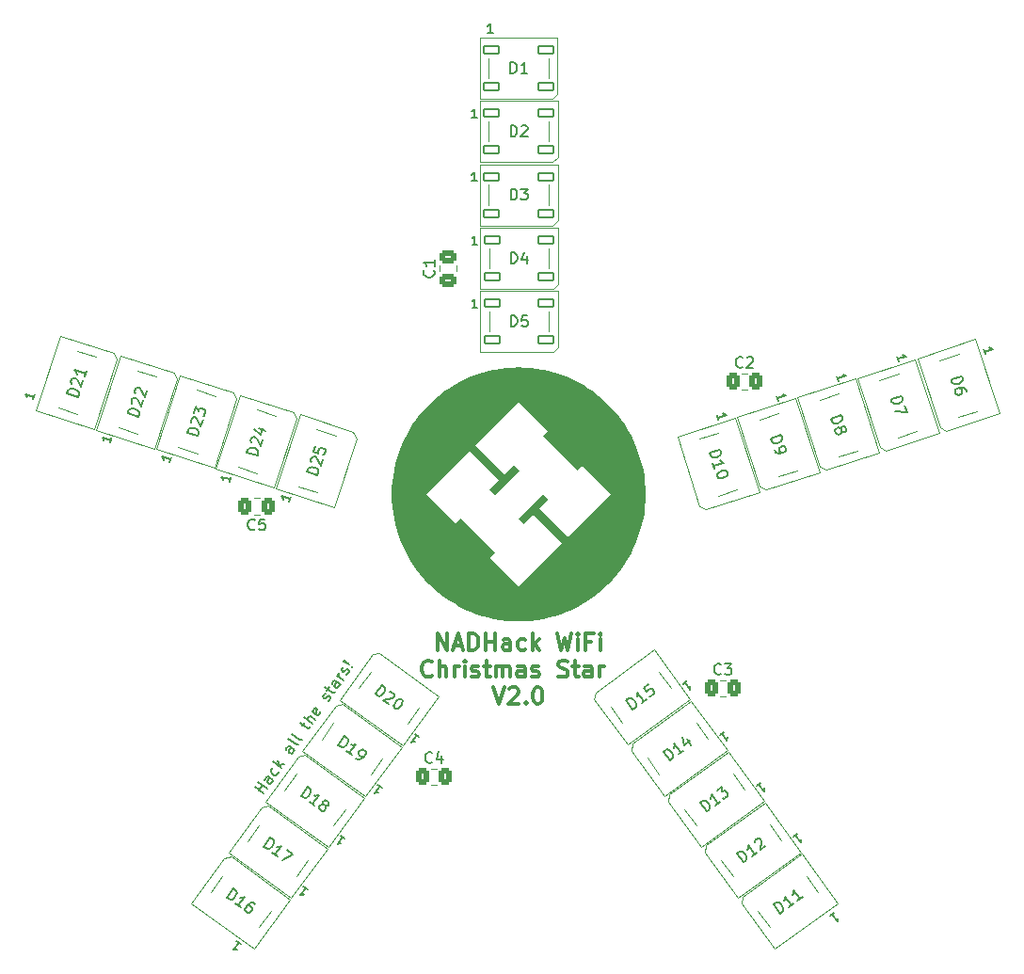
<source format=gto>
G04 #@! TF.GenerationSoftware,KiCad,Pcbnew,9.0.5*
G04 #@! TF.CreationDate,2025-10-14T20:34:03+01:00*
G04 #@! TF.ProjectId,ESP32_Xmas_Star_Module,45535033-325f-4586-9d61-735f53746172,rev?*
G04 #@! TF.SameCoordinates,Original*
G04 #@! TF.FileFunction,Legend,Top*
G04 #@! TF.FilePolarity,Positive*
%FSLAX46Y46*%
G04 Gerber Fmt 4.6, Leading zero omitted, Abs format (unit mm)*
G04 Created by KiCad (PCBNEW 9.0.5) date 2025-10-14 20:34:03*
%MOMM*%
%LPD*%
G01*
G04 APERTURE LIST*
G04 Aperture macros list*
%AMRoundRect*
0 Rectangle with rounded corners*
0 $1 Rounding radius*
0 $2 $3 $4 $5 $6 $7 $8 $9 X,Y pos of 4 corners*
0 Add a 4 corners polygon primitive as box body*
4,1,4,$2,$3,$4,$5,$6,$7,$8,$9,$2,$3,0*
0 Add four circle primitives for the rounded corners*
1,1,$1+$1,$2,$3*
1,1,$1+$1,$4,$5*
1,1,$1+$1,$6,$7*
1,1,$1+$1,$8,$9*
0 Add four rect primitives between the rounded corners*
20,1,$1+$1,$2,$3,$4,$5,0*
20,1,$1+$1,$4,$5,$6,$7,0*
20,1,$1+$1,$6,$7,$8,$9,0*
20,1,$1+$1,$8,$9,$2,$3,0*%
G04 Aperture macros list end*
%ADD10C,0.200000*%
%ADD11C,0.300000*%
%ADD12C,0.150000*%
%ADD13C,0.120000*%
%ADD14C,0.000000*%
%ADD15RoundRect,0.090000X-0.660000X-0.360000X0.660000X-0.360000X0.660000X0.360000X-0.660000X0.360000X0*%
%ADD16C,4.400000*%
%ADD17RoundRect,0.090000X0.138429X-0.738943X0.546332X0.516451X-0.138429X0.738943X-0.546332X-0.516451X0*%
%ADD18RoundRect,0.090000X-0.546332X0.516451X-0.138429X-0.738943X0.546332X-0.516451X0.138429X0.738943X0*%
%ADD19RoundRect,0.250000X0.475000X-0.337500X0.475000X0.337500X-0.475000X0.337500X-0.475000X-0.337500X0*%
%ADD20RoundRect,0.090000X0.745554X-0.096692X-0.322349X0.679184X-0.745554X0.096692X0.322349X-0.679184X0*%
%ADD21RoundRect,0.250000X-0.337500X-0.475000X0.337500X-0.475000X0.337500X0.475000X-0.337500X0.475000X0*%
%ADD22RoundRect,0.090000X0.322349X0.679184X-0.745554X-0.096692X-0.322349X-0.679184X0.745554X0.096692X0*%
%ADD23RoundRect,0.250000X0.337500X0.475000X-0.337500X0.475000X-0.337500X-0.475000X0.337500X-0.475000X0*%
G04 APERTURE END LIST*
D10*
X126932146Y-117092074D02*
X126112994Y-116518497D01*
X126503066Y-116791629D02*
X126830824Y-116323542D01*
X127259904Y-116623987D02*
X126440751Y-116050411D01*
X127778854Y-115882849D02*
X127349774Y-115582405D01*
X127349774Y-115582405D02*
X127244446Y-115566786D01*
X127244446Y-115566786D02*
X127150813Y-115617487D01*
X127150813Y-115617487D02*
X127041560Y-115773516D01*
X127041560Y-115773516D02*
X127025941Y-115878844D01*
X127739846Y-115855536D02*
X127724227Y-115960864D01*
X127724227Y-115960864D02*
X127587661Y-116155900D01*
X127587661Y-116155900D02*
X127494028Y-116206601D01*
X127494028Y-116206601D02*
X127388700Y-116190982D01*
X127388700Y-116190982D02*
X127310686Y-116136356D01*
X127310686Y-116136356D02*
X127259984Y-116042722D01*
X127259984Y-116042722D02*
X127275604Y-115937395D01*
X127275604Y-115937395D02*
X127412169Y-115742359D01*
X127412169Y-115742359D02*
X127427788Y-115637031D01*
X128258797Y-115114399D02*
X128243177Y-115219726D01*
X128243177Y-115219726D02*
X128133925Y-115375755D01*
X128133925Y-115375755D02*
X128040291Y-115426457D01*
X128040291Y-115426457D02*
X127973971Y-115438151D01*
X127973971Y-115438151D02*
X127868643Y-115422532D01*
X127868643Y-115422532D02*
X127634600Y-115258653D01*
X127634600Y-115258653D02*
X127583898Y-115165019D01*
X127583898Y-115165019D02*
X127572204Y-115098699D01*
X127572204Y-115098699D02*
X127587823Y-114993371D01*
X127587823Y-114993371D02*
X127697076Y-114837342D01*
X127697076Y-114837342D02*
X127790710Y-114786641D01*
X128543622Y-114790647D02*
X127724470Y-114217070D01*
X128286191Y-114494127D02*
X128762128Y-114478589D01*
X128216026Y-114096204D02*
X128309579Y-114626768D01*
X129690775Y-113152342D02*
X129261696Y-112851897D01*
X129261696Y-112851897D02*
X129156368Y-112836278D01*
X129156368Y-112836278D02*
X129062735Y-112886980D01*
X129062735Y-112886980D02*
X128953482Y-113043009D01*
X128953482Y-113043009D02*
X128937863Y-113148336D01*
X129651768Y-113125029D02*
X129636149Y-113230357D01*
X129636149Y-113230357D02*
X129499583Y-113425393D01*
X129499583Y-113425393D02*
X129405950Y-113476094D01*
X129405950Y-113476094D02*
X129300622Y-113460475D01*
X129300622Y-113460475D02*
X129222608Y-113405849D01*
X129222608Y-113405849D02*
X129171906Y-113312215D01*
X129171906Y-113312215D02*
X129187525Y-113206887D01*
X129187525Y-113206887D02*
X129324091Y-113011851D01*
X129324091Y-113011851D02*
X129339710Y-112906524D01*
X130045847Y-112645248D02*
X129952213Y-112695949D01*
X129952213Y-112695949D02*
X129846885Y-112680330D01*
X129846885Y-112680330D02*
X129144755Y-112188693D01*
X130346292Y-112216168D02*
X130252658Y-112266869D01*
X130252658Y-112266869D02*
X130147330Y-112251250D01*
X130147330Y-112251250D02*
X129445200Y-111759613D01*
X130373767Y-111014631D02*
X130592272Y-110702573D01*
X130182656Y-110706417D02*
X130884786Y-111198054D01*
X130884786Y-111198054D02*
X130990114Y-111213673D01*
X130990114Y-111213673D02*
X131083748Y-111162972D01*
X131083748Y-111162972D02*
X131138374Y-111084957D01*
X131329566Y-110811906D02*
X130510414Y-110238330D01*
X131575385Y-110460841D02*
X131146305Y-110160396D01*
X131146305Y-110160396D02*
X131040977Y-110144777D01*
X131040977Y-110144777D02*
X130947344Y-110195479D01*
X130947344Y-110195479D02*
X130865404Y-110312500D01*
X130865404Y-110312500D02*
X130849785Y-110417828D01*
X130849785Y-110417828D02*
X130861479Y-110484148D01*
X132028014Y-109731398D02*
X132012395Y-109836725D01*
X132012395Y-109836725D02*
X131903143Y-109992754D01*
X131903143Y-109992754D02*
X131809509Y-110043455D01*
X131809509Y-110043455D02*
X131704182Y-110027836D01*
X131704182Y-110027836D02*
X131392124Y-109809331D01*
X131392124Y-109809331D02*
X131341422Y-109715698D01*
X131341422Y-109715698D02*
X131357041Y-109610370D01*
X131357041Y-109610370D02*
X131466294Y-109454341D01*
X131466294Y-109454341D02*
X131559928Y-109403640D01*
X131559928Y-109403640D02*
X131665255Y-109419259D01*
X131665255Y-109419259D02*
X131743270Y-109473885D01*
X131743270Y-109473885D02*
X131548153Y-109918584D01*
X132710844Y-108756216D02*
X132804477Y-108705515D01*
X132804477Y-108705515D02*
X132913730Y-108549486D01*
X132913730Y-108549486D02*
X132929349Y-108444158D01*
X132929349Y-108444158D02*
X132878648Y-108350525D01*
X132878648Y-108350525D02*
X132839641Y-108323212D01*
X132839641Y-108323212D02*
X132734313Y-108307593D01*
X132734313Y-108307593D02*
X132640679Y-108358294D01*
X132640679Y-108358294D02*
X132558740Y-108475316D01*
X132558740Y-108475316D02*
X132465106Y-108526017D01*
X132465106Y-108526017D02*
X132359779Y-108510398D01*
X132359779Y-108510398D02*
X132320771Y-108483085D01*
X132320771Y-108483085D02*
X132270070Y-108389451D01*
X132270070Y-108389451D02*
X132285689Y-108284123D01*
X132285689Y-108284123D02*
X132367629Y-108167102D01*
X132367629Y-108167102D02*
X132461262Y-108116400D01*
X132613447Y-107816036D02*
X132831953Y-107503978D01*
X132422336Y-107507823D02*
X133124466Y-107999459D01*
X133124466Y-107999459D02*
X133229794Y-108015079D01*
X133229794Y-108015079D02*
X133323428Y-107964377D01*
X133323428Y-107964377D02*
X133378054Y-107886363D01*
X133815065Y-107262247D02*
X133385985Y-106961802D01*
X133385985Y-106961802D02*
X133280657Y-106946183D01*
X133280657Y-106946183D02*
X133187024Y-106996884D01*
X133187024Y-106996884D02*
X133077771Y-107152913D01*
X133077771Y-107152913D02*
X133062152Y-107258241D01*
X133776058Y-107234933D02*
X133760438Y-107340261D01*
X133760438Y-107340261D02*
X133623873Y-107535297D01*
X133623873Y-107535297D02*
X133530239Y-107585999D01*
X133530239Y-107585999D02*
X133424911Y-107570379D01*
X133424911Y-107570379D02*
X133346897Y-107515753D01*
X133346897Y-107515753D02*
X133296196Y-107422120D01*
X133296196Y-107422120D02*
X133311815Y-107316792D01*
X133311815Y-107316792D02*
X133448381Y-107121756D01*
X133448381Y-107121756D02*
X133464000Y-107016428D01*
X134088196Y-106872174D02*
X133542095Y-106489790D01*
X133698124Y-106599042D02*
X133647423Y-106505409D01*
X133647423Y-106505409D02*
X133635729Y-106439088D01*
X133635729Y-106439088D02*
X133651348Y-106333761D01*
X133651348Y-106333761D02*
X133705974Y-106255746D01*
X134376947Y-106376774D02*
X134470581Y-106326072D01*
X134470581Y-106326072D02*
X134579834Y-106170043D01*
X134579834Y-106170043D02*
X134595453Y-106064716D01*
X134595453Y-106064716D02*
X134544751Y-105971082D01*
X134544751Y-105971082D02*
X134505744Y-105943769D01*
X134505744Y-105943769D02*
X134400417Y-105928150D01*
X134400417Y-105928150D02*
X134306783Y-105978851D01*
X134306783Y-105978851D02*
X134224843Y-106095873D01*
X134224843Y-106095873D02*
X134131210Y-106146574D01*
X134131210Y-106146574D02*
X134025882Y-106130955D01*
X134025882Y-106130955D02*
X133986875Y-106103642D01*
X133986875Y-106103642D02*
X133936174Y-106010009D01*
X133936174Y-106010009D02*
X133951793Y-105904681D01*
X133951793Y-105904681D02*
X134033732Y-105787659D01*
X134033732Y-105787659D02*
X134127366Y-105736958D01*
X134829577Y-105647330D02*
X134895898Y-105635636D01*
X134895898Y-105635636D02*
X134907592Y-105701956D01*
X134907592Y-105701956D02*
X134841271Y-105713650D01*
X134841271Y-105713650D02*
X134829577Y-105647330D01*
X134829577Y-105647330D02*
X134907592Y-105701956D01*
X134595534Y-105483451D02*
X134100134Y-105194700D01*
X134100134Y-105194700D02*
X134088440Y-105128380D01*
X134088440Y-105128380D02*
X134154760Y-105116686D01*
X134154760Y-105116686D02*
X134595534Y-105483451D01*
X134595534Y-105483451D02*
X134088440Y-105128380D01*
D11*
X142538570Y-104190996D02*
X142538570Y-102690996D01*
X142538570Y-102690996D02*
X143395713Y-104190996D01*
X143395713Y-104190996D02*
X143395713Y-102690996D01*
X144038571Y-103762425D02*
X144752857Y-103762425D01*
X143895714Y-104190996D02*
X144395714Y-102690996D01*
X144395714Y-102690996D02*
X144895714Y-104190996D01*
X145395713Y-104190996D02*
X145395713Y-102690996D01*
X145395713Y-102690996D02*
X145752856Y-102690996D01*
X145752856Y-102690996D02*
X145967142Y-102762425D01*
X145967142Y-102762425D02*
X146109999Y-102905282D01*
X146109999Y-102905282D02*
X146181428Y-103048139D01*
X146181428Y-103048139D02*
X146252856Y-103333853D01*
X146252856Y-103333853D02*
X146252856Y-103548139D01*
X146252856Y-103548139D02*
X146181428Y-103833853D01*
X146181428Y-103833853D02*
X146109999Y-103976710D01*
X146109999Y-103976710D02*
X145967142Y-104119568D01*
X145967142Y-104119568D02*
X145752856Y-104190996D01*
X145752856Y-104190996D02*
X145395713Y-104190996D01*
X146895713Y-104190996D02*
X146895713Y-102690996D01*
X146895713Y-103405282D02*
X147752856Y-103405282D01*
X147752856Y-104190996D02*
X147752856Y-102690996D01*
X149110000Y-104190996D02*
X149110000Y-103405282D01*
X149110000Y-103405282D02*
X149038571Y-103262425D01*
X149038571Y-103262425D02*
X148895714Y-103190996D01*
X148895714Y-103190996D02*
X148610000Y-103190996D01*
X148610000Y-103190996D02*
X148467142Y-103262425D01*
X149110000Y-104119568D02*
X148967142Y-104190996D01*
X148967142Y-104190996D02*
X148610000Y-104190996D01*
X148610000Y-104190996D02*
X148467142Y-104119568D01*
X148467142Y-104119568D02*
X148395714Y-103976710D01*
X148395714Y-103976710D02*
X148395714Y-103833853D01*
X148395714Y-103833853D02*
X148467142Y-103690996D01*
X148467142Y-103690996D02*
X148610000Y-103619568D01*
X148610000Y-103619568D02*
X148967142Y-103619568D01*
X148967142Y-103619568D02*
X149110000Y-103548139D01*
X150467143Y-104119568D02*
X150324285Y-104190996D01*
X150324285Y-104190996D02*
X150038571Y-104190996D01*
X150038571Y-104190996D02*
X149895714Y-104119568D01*
X149895714Y-104119568D02*
X149824285Y-104048139D01*
X149824285Y-104048139D02*
X149752857Y-103905282D01*
X149752857Y-103905282D02*
X149752857Y-103476710D01*
X149752857Y-103476710D02*
X149824285Y-103333853D01*
X149824285Y-103333853D02*
X149895714Y-103262425D01*
X149895714Y-103262425D02*
X150038571Y-103190996D01*
X150038571Y-103190996D02*
X150324285Y-103190996D01*
X150324285Y-103190996D02*
X150467143Y-103262425D01*
X151109999Y-104190996D02*
X151109999Y-102690996D01*
X151252857Y-103619568D02*
X151681428Y-104190996D01*
X151681428Y-103190996D02*
X151109999Y-103762425D01*
X153324285Y-102690996D02*
X153681428Y-104190996D01*
X153681428Y-104190996D02*
X153967142Y-103119568D01*
X153967142Y-103119568D02*
X154252857Y-104190996D01*
X154252857Y-104190996D02*
X154610000Y-102690996D01*
X155181428Y-104190996D02*
X155181428Y-103190996D01*
X155181428Y-102690996D02*
X155110000Y-102762425D01*
X155110000Y-102762425D02*
X155181428Y-102833853D01*
X155181428Y-102833853D02*
X155252857Y-102762425D01*
X155252857Y-102762425D02*
X155181428Y-102690996D01*
X155181428Y-102690996D02*
X155181428Y-102833853D01*
X156395714Y-103405282D02*
X155895714Y-103405282D01*
X155895714Y-104190996D02*
X155895714Y-102690996D01*
X155895714Y-102690996D02*
X156610000Y-102690996D01*
X157181428Y-104190996D02*
X157181428Y-103190996D01*
X157181428Y-102690996D02*
X157110000Y-102762425D01*
X157110000Y-102762425D02*
X157181428Y-102833853D01*
X157181428Y-102833853D02*
X157252857Y-102762425D01*
X157252857Y-102762425D02*
X157181428Y-102690996D01*
X157181428Y-102690996D02*
X157181428Y-102833853D01*
X142074285Y-106463055D02*
X142002857Y-106534484D01*
X142002857Y-106534484D02*
X141788571Y-106605912D01*
X141788571Y-106605912D02*
X141645714Y-106605912D01*
X141645714Y-106605912D02*
X141431428Y-106534484D01*
X141431428Y-106534484D02*
X141288571Y-106391626D01*
X141288571Y-106391626D02*
X141217142Y-106248769D01*
X141217142Y-106248769D02*
X141145714Y-105963055D01*
X141145714Y-105963055D02*
X141145714Y-105748769D01*
X141145714Y-105748769D02*
X141217142Y-105463055D01*
X141217142Y-105463055D02*
X141288571Y-105320198D01*
X141288571Y-105320198D02*
X141431428Y-105177341D01*
X141431428Y-105177341D02*
X141645714Y-105105912D01*
X141645714Y-105105912D02*
X141788571Y-105105912D01*
X141788571Y-105105912D02*
X142002857Y-105177341D01*
X142002857Y-105177341D02*
X142074285Y-105248769D01*
X142717142Y-106605912D02*
X142717142Y-105105912D01*
X143360000Y-106605912D02*
X143360000Y-105820198D01*
X143360000Y-105820198D02*
X143288571Y-105677341D01*
X143288571Y-105677341D02*
X143145714Y-105605912D01*
X143145714Y-105605912D02*
X142931428Y-105605912D01*
X142931428Y-105605912D02*
X142788571Y-105677341D01*
X142788571Y-105677341D02*
X142717142Y-105748769D01*
X144074285Y-106605912D02*
X144074285Y-105605912D01*
X144074285Y-105891626D02*
X144145714Y-105748769D01*
X144145714Y-105748769D02*
X144217143Y-105677341D01*
X144217143Y-105677341D02*
X144360000Y-105605912D01*
X144360000Y-105605912D02*
X144502857Y-105605912D01*
X145002856Y-106605912D02*
X145002856Y-105605912D01*
X145002856Y-105105912D02*
X144931428Y-105177341D01*
X144931428Y-105177341D02*
X145002856Y-105248769D01*
X145002856Y-105248769D02*
X145074285Y-105177341D01*
X145074285Y-105177341D02*
X145002856Y-105105912D01*
X145002856Y-105105912D02*
X145002856Y-105248769D01*
X145645714Y-106534484D02*
X145788571Y-106605912D01*
X145788571Y-106605912D02*
X146074285Y-106605912D01*
X146074285Y-106605912D02*
X146217142Y-106534484D01*
X146217142Y-106534484D02*
X146288571Y-106391626D01*
X146288571Y-106391626D02*
X146288571Y-106320198D01*
X146288571Y-106320198D02*
X146217142Y-106177341D01*
X146217142Y-106177341D02*
X146074285Y-106105912D01*
X146074285Y-106105912D02*
X145860000Y-106105912D01*
X145860000Y-106105912D02*
X145717142Y-106034484D01*
X145717142Y-106034484D02*
X145645714Y-105891626D01*
X145645714Y-105891626D02*
X145645714Y-105820198D01*
X145645714Y-105820198D02*
X145717142Y-105677341D01*
X145717142Y-105677341D02*
X145860000Y-105605912D01*
X145860000Y-105605912D02*
X146074285Y-105605912D01*
X146074285Y-105605912D02*
X146217142Y-105677341D01*
X146717143Y-105605912D02*
X147288571Y-105605912D01*
X146931428Y-105105912D02*
X146931428Y-106391626D01*
X146931428Y-106391626D02*
X147002857Y-106534484D01*
X147002857Y-106534484D02*
X147145714Y-106605912D01*
X147145714Y-106605912D02*
X147288571Y-106605912D01*
X147788571Y-106605912D02*
X147788571Y-105605912D01*
X147788571Y-105748769D02*
X147860000Y-105677341D01*
X147860000Y-105677341D02*
X148002857Y-105605912D01*
X148002857Y-105605912D02*
X148217143Y-105605912D01*
X148217143Y-105605912D02*
X148360000Y-105677341D01*
X148360000Y-105677341D02*
X148431429Y-105820198D01*
X148431429Y-105820198D02*
X148431429Y-106605912D01*
X148431429Y-105820198D02*
X148502857Y-105677341D01*
X148502857Y-105677341D02*
X148645714Y-105605912D01*
X148645714Y-105605912D02*
X148860000Y-105605912D01*
X148860000Y-105605912D02*
X149002857Y-105677341D01*
X149002857Y-105677341D02*
X149074286Y-105820198D01*
X149074286Y-105820198D02*
X149074286Y-106605912D01*
X150431429Y-106605912D02*
X150431429Y-105820198D01*
X150431429Y-105820198D02*
X150360000Y-105677341D01*
X150360000Y-105677341D02*
X150217143Y-105605912D01*
X150217143Y-105605912D02*
X149931429Y-105605912D01*
X149931429Y-105605912D02*
X149788571Y-105677341D01*
X150431429Y-106534484D02*
X150288571Y-106605912D01*
X150288571Y-106605912D02*
X149931429Y-106605912D01*
X149931429Y-106605912D02*
X149788571Y-106534484D01*
X149788571Y-106534484D02*
X149717143Y-106391626D01*
X149717143Y-106391626D02*
X149717143Y-106248769D01*
X149717143Y-106248769D02*
X149788571Y-106105912D01*
X149788571Y-106105912D02*
X149931429Y-106034484D01*
X149931429Y-106034484D02*
X150288571Y-106034484D01*
X150288571Y-106034484D02*
X150431429Y-105963055D01*
X151074286Y-106534484D02*
X151217143Y-106605912D01*
X151217143Y-106605912D02*
X151502857Y-106605912D01*
X151502857Y-106605912D02*
X151645714Y-106534484D01*
X151645714Y-106534484D02*
X151717143Y-106391626D01*
X151717143Y-106391626D02*
X151717143Y-106320198D01*
X151717143Y-106320198D02*
X151645714Y-106177341D01*
X151645714Y-106177341D02*
X151502857Y-106105912D01*
X151502857Y-106105912D02*
X151288572Y-106105912D01*
X151288572Y-106105912D02*
X151145714Y-106034484D01*
X151145714Y-106034484D02*
X151074286Y-105891626D01*
X151074286Y-105891626D02*
X151074286Y-105820198D01*
X151074286Y-105820198D02*
X151145714Y-105677341D01*
X151145714Y-105677341D02*
X151288572Y-105605912D01*
X151288572Y-105605912D02*
X151502857Y-105605912D01*
X151502857Y-105605912D02*
X151645714Y-105677341D01*
X153431429Y-106534484D02*
X153645715Y-106605912D01*
X153645715Y-106605912D02*
X154002857Y-106605912D01*
X154002857Y-106605912D02*
X154145715Y-106534484D01*
X154145715Y-106534484D02*
X154217143Y-106463055D01*
X154217143Y-106463055D02*
X154288572Y-106320198D01*
X154288572Y-106320198D02*
X154288572Y-106177341D01*
X154288572Y-106177341D02*
X154217143Y-106034484D01*
X154217143Y-106034484D02*
X154145715Y-105963055D01*
X154145715Y-105963055D02*
X154002857Y-105891626D01*
X154002857Y-105891626D02*
X153717143Y-105820198D01*
X153717143Y-105820198D02*
X153574286Y-105748769D01*
X153574286Y-105748769D02*
X153502857Y-105677341D01*
X153502857Y-105677341D02*
X153431429Y-105534484D01*
X153431429Y-105534484D02*
X153431429Y-105391626D01*
X153431429Y-105391626D02*
X153502857Y-105248769D01*
X153502857Y-105248769D02*
X153574286Y-105177341D01*
X153574286Y-105177341D02*
X153717143Y-105105912D01*
X153717143Y-105105912D02*
X154074286Y-105105912D01*
X154074286Y-105105912D02*
X154288572Y-105177341D01*
X154717143Y-105605912D02*
X155288571Y-105605912D01*
X154931428Y-105105912D02*
X154931428Y-106391626D01*
X154931428Y-106391626D02*
X155002857Y-106534484D01*
X155002857Y-106534484D02*
X155145714Y-106605912D01*
X155145714Y-106605912D02*
X155288571Y-106605912D01*
X156431429Y-106605912D02*
X156431429Y-105820198D01*
X156431429Y-105820198D02*
X156360000Y-105677341D01*
X156360000Y-105677341D02*
X156217143Y-105605912D01*
X156217143Y-105605912D02*
X155931429Y-105605912D01*
X155931429Y-105605912D02*
X155788571Y-105677341D01*
X156431429Y-106534484D02*
X156288571Y-106605912D01*
X156288571Y-106605912D02*
X155931429Y-106605912D01*
X155931429Y-106605912D02*
X155788571Y-106534484D01*
X155788571Y-106534484D02*
X155717143Y-106391626D01*
X155717143Y-106391626D02*
X155717143Y-106248769D01*
X155717143Y-106248769D02*
X155788571Y-106105912D01*
X155788571Y-106105912D02*
X155931429Y-106034484D01*
X155931429Y-106034484D02*
X156288571Y-106034484D01*
X156288571Y-106034484D02*
X156431429Y-105963055D01*
X157145714Y-106605912D02*
X157145714Y-105605912D01*
X157145714Y-105891626D02*
X157217143Y-105748769D01*
X157217143Y-105748769D02*
X157288572Y-105677341D01*
X157288572Y-105677341D02*
X157431429Y-105605912D01*
X157431429Y-105605912D02*
X157574286Y-105605912D01*
X147574286Y-107520828D02*
X148074286Y-109020828D01*
X148074286Y-109020828D02*
X148574286Y-107520828D01*
X149002857Y-107663685D02*
X149074285Y-107592257D01*
X149074285Y-107592257D02*
X149217143Y-107520828D01*
X149217143Y-107520828D02*
X149574285Y-107520828D01*
X149574285Y-107520828D02*
X149717143Y-107592257D01*
X149717143Y-107592257D02*
X149788571Y-107663685D01*
X149788571Y-107663685D02*
X149860000Y-107806542D01*
X149860000Y-107806542D02*
X149860000Y-107949400D01*
X149860000Y-107949400D02*
X149788571Y-108163685D01*
X149788571Y-108163685D02*
X148931428Y-109020828D01*
X148931428Y-109020828D02*
X149860000Y-109020828D01*
X150502856Y-108877971D02*
X150574285Y-108949400D01*
X150574285Y-108949400D02*
X150502856Y-109020828D01*
X150502856Y-109020828D02*
X150431428Y-108949400D01*
X150431428Y-108949400D02*
X150502856Y-108877971D01*
X150502856Y-108877971D02*
X150502856Y-109020828D01*
X151502857Y-107520828D02*
X151645714Y-107520828D01*
X151645714Y-107520828D02*
X151788571Y-107592257D01*
X151788571Y-107592257D02*
X151860000Y-107663685D01*
X151860000Y-107663685D02*
X151931428Y-107806542D01*
X151931428Y-107806542D02*
X152002857Y-108092257D01*
X152002857Y-108092257D02*
X152002857Y-108449400D01*
X152002857Y-108449400D02*
X151931428Y-108735114D01*
X151931428Y-108735114D02*
X151860000Y-108877971D01*
X151860000Y-108877971D02*
X151788571Y-108949400D01*
X151788571Y-108949400D02*
X151645714Y-109020828D01*
X151645714Y-109020828D02*
X151502857Y-109020828D01*
X151502857Y-109020828D02*
X151360000Y-108949400D01*
X151360000Y-108949400D02*
X151288571Y-108877971D01*
X151288571Y-108877971D02*
X151217142Y-108735114D01*
X151217142Y-108735114D02*
X151145714Y-108449400D01*
X151145714Y-108449400D02*
X151145714Y-108092257D01*
X151145714Y-108092257D02*
X151217142Y-107806542D01*
X151217142Y-107806542D02*
X151288571Y-107663685D01*
X151288571Y-107663685D02*
X151360000Y-107592257D01*
X151360000Y-107592257D02*
X151502857Y-107520828D01*
D12*
X149142693Y-57982864D02*
X149142693Y-56982864D01*
X149142693Y-56982864D02*
X149380788Y-56982864D01*
X149380788Y-56982864D02*
X149523645Y-57030483D01*
X149523645Y-57030483D02*
X149618883Y-57125721D01*
X149618883Y-57125721D02*
X149666502Y-57220959D01*
X149666502Y-57220959D02*
X149714121Y-57411435D01*
X149714121Y-57411435D02*
X149714121Y-57554292D01*
X149714121Y-57554292D02*
X149666502Y-57744768D01*
X149666502Y-57744768D02*
X149618883Y-57840006D01*
X149618883Y-57840006D02*
X149523645Y-57935245D01*
X149523645Y-57935245D02*
X149380788Y-57982864D01*
X149380788Y-57982864D02*
X149142693Y-57982864D01*
X150095074Y-57078102D02*
X150142693Y-57030483D01*
X150142693Y-57030483D02*
X150237931Y-56982864D01*
X150237931Y-56982864D02*
X150476026Y-56982864D01*
X150476026Y-56982864D02*
X150571264Y-57030483D01*
X150571264Y-57030483D02*
X150618883Y-57078102D01*
X150618883Y-57078102D02*
X150666502Y-57173340D01*
X150666502Y-57173340D02*
X150666502Y-57268578D01*
X150666502Y-57268578D02*
X150618883Y-57411435D01*
X150618883Y-57411435D02*
X150047455Y-57982864D01*
X150047455Y-57982864D02*
X150666502Y-57982864D01*
X146109359Y-56290340D02*
X145652216Y-56290340D01*
X145880788Y-56290340D02*
X145880788Y-55490340D01*
X145880788Y-55490340D02*
X145804597Y-55604625D01*
X145804597Y-55604625D02*
X145728407Y-55680816D01*
X145728407Y-55680816D02*
X145652216Y-55718911D01*
X131768791Y-88463474D02*
X130817735Y-88154457D01*
X130817735Y-88154457D02*
X130891310Y-87928015D01*
X130891310Y-87928015D02*
X130980744Y-87806865D01*
X130980744Y-87806865D02*
X131100751Y-87745718D01*
X131100751Y-87745718D02*
X131206043Y-87729860D01*
X131206043Y-87729860D02*
X131401911Y-87743432D01*
X131401911Y-87743432D02*
X131537777Y-87787577D01*
X131537777Y-87787577D02*
X131704215Y-87891726D01*
X131704215Y-87891726D02*
X131780077Y-87966444D01*
X131780077Y-87966444D02*
X131841224Y-88086451D01*
X131841224Y-88086451D02*
X131842367Y-88237032D01*
X131842367Y-88237032D02*
X131768791Y-88463474D01*
X131202613Y-87278119D02*
X131172040Y-87218115D01*
X131172040Y-87218115D02*
X131156182Y-87112823D01*
X131156182Y-87112823D02*
X131229757Y-86886381D01*
X131229757Y-86886381D02*
X131304476Y-86810520D01*
X131304476Y-86810520D02*
X131364479Y-86779946D01*
X131364479Y-86779946D02*
X131469771Y-86764088D01*
X131469771Y-86764088D02*
X131560348Y-86793518D01*
X131560348Y-86793518D02*
X131681498Y-86882952D01*
X131681498Y-86882952D02*
X132048378Y-87602994D01*
X132048378Y-87602994D02*
X132239674Y-87014245D01*
X131568205Y-85844748D02*
X131421054Y-86297632D01*
X131421054Y-86297632D02*
X131859223Y-86490071D01*
X131859223Y-86490071D02*
X131828649Y-86430068D01*
X131828649Y-86430068D02*
X131812791Y-86324776D01*
X131812791Y-86324776D02*
X131886366Y-86098334D01*
X131886366Y-86098334D02*
X131961085Y-86022472D01*
X131961085Y-86022472D02*
X132021089Y-85991899D01*
X132021089Y-85991899D02*
X132126380Y-85976041D01*
X132126380Y-85976041D02*
X132352823Y-86049616D01*
X132352823Y-86049616D02*
X132428684Y-86124335D01*
X132428684Y-86124335D02*
X132459258Y-86184338D01*
X132459258Y-86184338D02*
X132475116Y-86289630D01*
X132475116Y-86289630D02*
X132401540Y-86516072D01*
X132401540Y-86516072D02*
X132326822Y-86591934D01*
X132326822Y-86591934D02*
X132266818Y-86622507D01*
X129368905Y-90372442D02*
X129227640Y-90807211D01*
X129298273Y-90589827D02*
X128537428Y-90342613D01*
X128537428Y-90342613D02*
X128622576Y-90450391D01*
X128622576Y-90450391D02*
X128671493Y-90546396D01*
X128671493Y-90546396D02*
X128684180Y-90630630D01*
X183344229Y-81620105D02*
X184295286Y-81311088D01*
X184295286Y-81311088D02*
X184368861Y-81537531D01*
X184368861Y-81537531D02*
X184367718Y-81688111D01*
X184367718Y-81688111D02*
X184306571Y-81808118D01*
X184306571Y-81808118D02*
X184230710Y-81882836D01*
X184230710Y-81882836D02*
X184064271Y-81986985D01*
X184064271Y-81986985D02*
X183928406Y-82031130D01*
X183928406Y-82031130D02*
X183732537Y-82044702D01*
X183732537Y-82044702D02*
X183627245Y-82028844D01*
X183627245Y-82028844D02*
X183507238Y-81967698D01*
X183507238Y-81967698D02*
X183417805Y-81846548D01*
X183417805Y-81846548D02*
X183344229Y-81620105D01*
X184574872Y-82171568D02*
X184780884Y-82805606D01*
X184780884Y-82805606D02*
X183697391Y-82707027D01*
X184016564Y-78212214D02*
X183875299Y-77777445D01*
X183945931Y-77994829D02*
X184706777Y-77747616D01*
X184706777Y-77747616D02*
X184574540Y-77710470D01*
X184574540Y-77710470D02*
X184478535Y-77661553D01*
X184478535Y-77661553D02*
X184418760Y-77600864D01*
X142189580Y-70016666D02*
X142237200Y-70064285D01*
X142237200Y-70064285D02*
X142284819Y-70207142D01*
X142284819Y-70207142D02*
X142284819Y-70302380D01*
X142284819Y-70302380D02*
X142237200Y-70445237D01*
X142237200Y-70445237D02*
X142141961Y-70540475D01*
X142141961Y-70540475D02*
X142046723Y-70588094D01*
X142046723Y-70588094D02*
X141856247Y-70635713D01*
X141856247Y-70635713D02*
X141713390Y-70635713D01*
X141713390Y-70635713D02*
X141522914Y-70588094D01*
X141522914Y-70588094D02*
X141427676Y-70540475D01*
X141427676Y-70540475D02*
X141332438Y-70445237D01*
X141332438Y-70445237D02*
X141284819Y-70302380D01*
X141284819Y-70302380D02*
X141284819Y-70207142D01*
X141284819Y-70207142D02*
X141332438Y-70064285D01*
X141332438Y-70064285D02*
X141380057Y-70016666D01*
X142284819Y-69064285D02*
X142284819Y-69635713D01*
X142284819Y-69349999D02*
X141284819Y-69349999D01*
X141284819Y-69349999D02*
X141427676Y-69445237D01*
X141427676Y-69445237D02*
X141522914Y-69540475D01*
X141522914Y-69540475D02*
X141570533Y-69635713D01*
X130274772Y-117299136D02*
X130862557Y-116490119D01*
X130862557Y-116490119D02*
X131055180Y-116630067D01*
X131055180Y-116630067D02*
X131142764Y-116752561D01*
X131142764Y-116752561D02*
X131163834Y-116885590D01*
X131163834Y-116885590D02*
X131146379Y-116990629D01*
X131146379Y-116990629D02*
X131072944Y-117172717D01*
X131072944Y-117172717D02*
X130988975Y-117288291D01*
X130988975Y-117288291D02*
X130838491Y-117414400D01*
X130838491Y-117414400D02*
X130743987Y-117463459D01*
X130743987Y-117463459D02*
X130610958Y-117484529D01*
X130610958Y-117484529D02*
X130467395Y-117439084D01*
X130467395Y-117439084D02*
X130274772Y-117299136D01*
X131507560Y-118194808D02*
X131045264Y-117858931D01*
X131276412Y-118026870D02*
X131864197Y-117217853D01*
X131864197Y-117217853D02*
X131703179Y-117277447D01*
X131703179Y-117277447D02*
X131570150Y-117298517D01*
X131570150Y-117298517D02*
X131465111Y-117281062D01*
X132305732Y-118068390D02*
X132256673Y-117973886D01*
X132256673Y-117973886D02*
X132246138Y-117907372D01*
X132246138Y-117907372D02*
X132263593Y-117802333D01*
X132263593Y-117802333D02*
X132291583Y-117763808D01*
X132291583Y-117763808D02*
X132386087Y-117714749D01*
X132386087Y-117714749D02*
X132452601Y-117704214D01*
X132452601Y-117704214D02*
X132557640Y-117721669D01*
X132557640Y-117721669D02*
X132711739Y-117833628D01*
X132711739Y-117833628D02*
X132760798Y-117928132D01*
X132760798Y-117928132D02*
X132771333Y-117994646D01*
X132771333Y-117994646D02*
X132753878Y-118099685D01*
X132753878Y-118099685D02*
X132725888Y-118138210D01*
X132725888Y-118138210D02*
X132631384Y-118187269D01*
X132631384Y-118187269D02*
X132564870Y-118197804D01*
X132564870Y-118197804D02*
X132459831Y-118180349D01*
X132459831Y-118180349D02*
X132305732Y-118068390D01*
X132305732Y-118068390D02*
X132200693Y-118050935D01*
X132200693Y-118050935D02*
X132134179Y-118061470D01*
X132134179Y-118061470D02*
X132039675Y-118110530D01*
X132039675Y-118110530D02*
X131927716Y-118264628D01*
X131927716Y-118264628D02*
X131910261Y-118369667D01*
X131910261Y-118369667D02*
X131920796Y-118436181D01*
X131920796Y-118436181D02*
X131969855Y-118530686D01*
X131969855Y-118530686D02*
X132123953Y-118642645D01*
X132123953Y-118642645D02*
X132228993Y-118660100D01*
X132228993Y-118660100D02*
X132295507Y-118649565D01*
X132295507Y-118649565D02*
X132390011Y-118600505D01*
X132390011Y-118600505D02*
X132501970Y-118446407D01*
X132501970Y-118446407D02*
X132519425Y-118341368D01*
X132519425Y-118341368D02*
X132508890Y-118274853D01*
X132508890Y-118274853D02*
X132459831Y-118180349D01*
X133848131Y-120863032D02*
X134217967Y-121131734D01*
X134033049Y-120997383D02*
X133562821Y-121644597D01*
X133562821Y-121644597D02*
X133691636Y-121596921D01*
X133691636Y-121596921D02*
X133798059Y-121580066D01*
X133798059Y-121580066D02*
X133882090Y-121594030D01*
X170013333Y-78689580D02*
X169965714Y-78737200D01*
X169965714Y-78737200D02*
X169822857Y-78784819D01*
X169822857Y-78784819D02*
X169727619Y-78784819D01*
X169727619Y-78784819D02*
X169584762Y-78737200D01*
X169584762Y-78737200D02*
X169489524Y-78641961D01*
X169489524Y-78641961D02*
X169441905Y-78546723D01*
X169441905Y-78546723D02*
X169394286Y-78356247D01*
X169394286Y-78356247D02*
X169394286Y-78213390D01*
X169394286Y-78213390D02*
X169441905Y-78022914D01*
X169441905Y-78022914D02*
X169489524Y-77927676D01*
X169489524Y-77927676D02*
X169584762Y-77832438D01*
X169584762Y-77832438D02*
X169727619Y-77784819D01*
X169727619Y-77784819D02*
X169822857Y-77784819D01*
X169822857Y-77784819D02*
X169965714Y-77832438D01*
X169965714Y-77832438D02*
X170013333Y-77880057D01*
X170394286Y-77880057D02*
X170441905Y-77832438D01*
X170441905Y-77832438D02*
X170537143Y-77784819D01*
X170537143Y-77784819D02*
X170775238Y-77784819D01*
X170775238Y-77784819D02*
X170870476Y-77832438D01*
X170870476Y-77832438D02*
X170918095Y-77880057D01*
X170918095Y-77880057D02*
X170965714Y-77975295D01*
X170965714Y-77975295D02*
X170965714Y-78070533D01*
X170965714Y-78070533D02*
X170918095Y-78213390D01*
X170918095Y-78213390D02*
X170346667Y-78784819D01*
X170346667Y-78784819D02*
X170965714Y-78784819D01*
X168052862Y-106292962D02*
X168005243Y-106340582D01*
X168005243Y-106340582D02*
X167862386Y-106388201D01*
X167862386Y-106388201D02*
X167767148Y-106388201D01*
X167767148Y-106388201D02*
X167624291Y-106340582D01*
X167624291Y-106340582D02*
X167529053Y-106245343D01*
X167529053Y-106245343D02*
X167481434Y-106150105D01*
X167481434Y-106150105D02*
X167433815Y-105959629D01*
X167433815Y-105959629D02*
X167433815Y-105816772D01*
X167433815Y-105816772D02*
X167481434Y-105626296D01*
X167481434Y-105626296D02*
X167529053Y-105531058D01*
X167529053Y-105531058D02*
X167624291Y-105435820D01*
X167624291Y-105435820D02*
X167767148Y-105388201D01*
X167767148Y-105388201D02*
X167862386Y-105388201D01*
X167862386Y-105388201D02*
X168005243Y-105435820D01*
X168005243Y-105435820D02*
X168052862Y-105483439D01*
X168386196Y-105388201D02*
X169005243Y-105388201D01*
X169005243Y-105388201D02*
X168671910Y-105769153D01*
X168671910Y-105769153D02*
X168814767Y-105769153D01*
X168814767Y-105769153D02*
X168910005Y-105816772D01*
X168910005Y-105816772D02*
X168957624Y-105864391D01*
X168957624Y-105864391D02*
X169005243Y-105959629D01*
X169005243Y-105959629D02*
X169005243Y-106197724D01*
X169005243Y-106197724D02*
X168957624Y-106292962D01*
X168957624Y-106292962D02*
X168910005Y-106340582D01*
X168910005Y-106340582D02*
X168814767Y-106388201D01*
X168814767Y-106388201D02*
X168529053Y-106388201D01*
X168529053Y-106388201D02*
X168433815Y-106340582D01*
X168433815Y-106340582D02*
X168386196Y-106292962D01*
X173383955Y-127881695D02*
X172796169Y-127072678D01*
X172796169Y-127072678D02*
X172988792Y-126932729D01*
X172988792Y-126932729D02*
X173132356Y-126887285D01*
X173132356Y-126887285D02*
X173265385Y-126908354D01*
X173265385Y-126908354D02*
X173359889Y-126957414D01*
X173359889Y-126957414D02*
X173510373Y-127083522D01*
X173510373Y-127083522D02*
X173594342Y-127199096D01*
X173594342Y-127199096D02*
X173667777Y-127381184D01*
X173667777Y-127381184D02*
X173685231Y-127486224D01*
X173685231Y-127486224D02*
X173664162Y-127619252D01*
X173664162Y-127619252D02*
X173576578Y-127741746D01*
X173576578Y-127741746D02*
X173383955Y-127881695D01*
X174616742Y-126986022D02*
X174154447Y-127321900D01*
X174385595Y-127153961D02*
X173797809Y-126344944D01*
X173797809Y-126344944D02*
X173804730Y-126516497D01*
X173804730Y-126516497D02*
X173783660Y-126649526D01*
X173783660Y-126649526D02*
X173734600Y-126744030D01*
X175387235Y-126426227D02*
X174924939Y-126762104D01*
X175156087Y-126594165D02*
X174568302Y-125785148D01*
X174568302Y-125785148D02*
X174575222Y-125956702D01*
X174575222Y-125956702D02*
X174554152Y-126089731D01*
X174554152Y-126089731D02*
X174505093Y-126184235D01*
X177877650Y-128111248D02*
X178247487Y-127842546D01*
X178062568Y-127976897D02*
X178532797Y-128624110D01*
X178532797Y-128624110D02*
X178527261Y-128486868D01*
X178527261Y-128486868D02*
X178544116Y-128380445D01*
X178544116Y-128380445D02*
X178583364Y-128304841D01*
X149157505Y-75075255D02*
X149157505Y-74075255D01*
X149157505Y-74075255D02*
X149395600Y-74075255D01*
X149395600Y-74075255D02*
X149538457Y-74122874D01*
X149538457Y-74122874D02*
X149633695Y-74218112D01*
X149633695Y-74218112D02*
X149681314Y-74313350D01*
X149681314Y-74313350D02*
X149728933Y-74503826D01*
X149728933Y-74503826D02*
X149728933Y-74646683D01*
X149728933Y-74646683D02*
X149681314Y-74837159D01*
X149681314Y-74837159D02*
X149633695Y-74932397D01*
X149633695Y-74932397D02*
X149538457Y-75027636D01*
X149538457Y-75027636D02*
X149395600Y-75075255D01*
X149395600Y-75075255D02*
X149157505Y-75075255D01*
X150633695Y-74075255D02*
X150157505Y-74075255D01*
X150157505Y-74075255D02*
X150109886Y-74551445D01*
X150109886Y-74551445D02*
X150157505Y-74503826D01*
X150157505Y-74503826D02*
X150252743Y-74456207D01*
X150252743Y-74456207D02*
X150490838Y-74456207D01*
X150490838Y-74456207D02*
X150586076Y-74503826D01*
X150586076Y-74503826D02*
X150633695Y-74551445D01*
X150633695Y-74551445D02*
X150681314Y-74646683D01*
X150681314Y-74646683D02*
X150681314Y-74884778D01*
X150681314Y-74884778D02*
X150633695Y-74980016D01*
X150633695Y-74980016D02*
X150586076Y-75027636D01*
X150586076Y-75027636D02*
X150490838Y-75075255D01*
X150490838Y-75075255D02*
X150252743Y-75075255D01*
X150252743Y-75075255D02*
X150157505Y-75027636D01*
X150157505Y-75027636D02*
X150109886Y-74980016D01*
X146124170Y-73382731D02*
X145667027Y-73382731D01*
X145895599Y-73382731D02*
X145895599Y-72582731D01*
X145895599Y-72582731D02*
X145819408Y-72697016D01*
X145819408Y-72697016D02*
X145743218Y-72773207D01*
X145743218Y-72773207D02*
X145667027Y-72811302D01*
X149140951Y-63681295D02*
X149140951Y-62681295D01*
X149140951Y-62681295D02*
X149379046Y-62681295D01*
X149379046Y-62681295D02*
X149521903Y-62728914D01*
X149521903Y-62728914D02*
X149617141Y-62824152D01*
X149617141Y-62824152D02*
X149664760Y-62919390D01*
X149664760Y-62919390D02*
X149712379Y-63109866D01*
X149712379Y-63109866D02*
X149712379Y-63252723D01*
X149712379Y-63252723D02*
X149664760Y-63443199D01*
X149664760Y-63443199D02*
X149617141Y-63538437D01*
X149617141Y-63538437D02*
X149521903Y-63633676D01*
X149521903Y-63633676D02*
X149379046Y-63681295D01*
X149379046Y-63681295D02*
X149140951Y-63681295D01*
X150045713Y-62681295D02*
X150664760Y-62681295D01*
X150664760Y-62681295D02*
X150331427Y-63062247D01*
X150331427Y-63062247D02*
X150474284Y-63062247D01*
X150474284Y-63062247D02*
X150569522Y-63109866D01*
X150569522Y-63109866D02*
X150617141Y-63157485D01*
X150617141Y-63157485D02*
X150664760Y-63252723D01*
X150664760Y-63252723D02*
X150664760Y-63490818D01*
X150664760Y-63490818D02*
X150617141Y-63586056D01*
X150617141Y-63586056D02*
X150569522Y-63633676D01*
X150569522Y-63633676D02*
X150474284Y-63681295D01*
X150474284Y-63681295D02*
X150188570Y-63681295D01*
X150188570Y-63681295D02*
X150093332Y-63633676D01*
X150093332Y-63633676D02*
X150045713Y-63586056D01*
X146107617Y-61988771D02*
X145650474Y-61988771D01*
X145879046Y-61988771D02*
X145879046Y-61188771D01*
X145879046Y-61188771D02*
X145802855Y-61303056D01*
X145802855Y-61303056D02*
X145726665Y-61379247D01*
X145726665Y-61379247D02*
X145650474Y-61417342D01*
X126931254Y-121882677D02*
X127519039Y-121073660D01*
X127519039Y-121073660D02*
X127711662Y-121213608D01*
X127711662Y-121213608D02*
X127799246Y-121336102D01*
X127799246Y-121336102D02*
X127820316Y-121469131D01*
X127820316Y-121469131D02*
X127802861Y-121574170D01*
X127802861Y-121574170D02*
X127729426Y-121756258D01*
X127729426Y-121756258D02*
X127645457Y-121871832D01*
X127645457Y-121871832D02*
X127494973Y-121997941D01*
X127494973Y-121997941D02*
X127400469Y-122047000D01*
X127400469Y-122047000D02*
X127267440Y-122068070D01*
X127267440Y-122068070D02*
X127123877Y-122022625D01*
X127123877Y-122022625D02*
X126931254Y-121882677D01*
X128164042Y-122778349D02*
X127701746Y-122442472D01*
X127932894Y-122610411D02*
X128520679Y-121801394D01*
X128520679Y-121801394D02*
X128359661Y-121860988D01*
X128359661Y-121860988D02*
X128226632Y-121882058D01*
X128226632Y-121882058D02*
X128121593Y-121864603D01*
X129021499Y-122165261D02*
X129560844Y-122557118D01*
X129560844Y-122557118D02*
X128626337Y-123114227D01*
X130504613Y-125446573D02*
X130874449Y-125715275D01*
X130689531Y-125580924D02*
X130219303Y-126228138D01*
X130219303Y-126228138D02*
X130348118Y-126180462D01*
X130348118Y-126180462D02*
X130454541Y-126163607D01*
X130454541Y-126163607D02*
X130538572Y-126177571D01*
X142073333Y-114249580D02*
X142025714Y-114297200D01*
X142025714Y-114297200D02*
X141882857Y-114344819D01*
X141882857Y-114344819D02*
X141787619Y-114344819D01*
X141787619Y-114344819D02*
X141644762Y-114297200D01*
X141644762Y-114297200D02*
X141549524Y-114201961D01*
X141549524Y-114201961D02*
X141501905Y-114106723D01*
X141501905Y-114106723D02*
X141454286Y-113916247D01*
X141454286Y-113916247D02*
X141454286Y-113773390D01*
X141454286Y-113773390D02*
X141501905Y-113582914D01*
X141501905Y-113582914D02*
X141549524Y-113487676D01*
X141549524Y-113487676D02*
X141644762Y-113392438D01*
X141644762Y-113392438D02*
X141787619Y-113344819D01*
X141787619Y-113344819D02*
X141882857Y-113344819D01*
X141882857Y-113344819D02*
X142025714Y-113392438D01*
X142025714Y-113392438D02*
X142073333Y-113440057D01*
X142930476Y-113678152D02*
X142930476Y-114344819D01*
X142692381Y-113297200D02*
X142454286Y-114011485D01*
X142454286Y-114011485D02*
X143073333Y-114011485D01*
X166765207Y-118703947D02*
X166177421Y-117894930D01*
X166177421Y-117894930D02*
X166370044Y-117754981D01*
X166370044Y-117754981D02*
X166513608Y-117709537D01*
X166513608Y-117709537D02*
X166646637Y-117730606D01*
X166646637Y-117730606D02*
X166741141Y-117779666D01*
X166741141Y-117779666D02*
X166891625Y-117905774D01*
X166891625Y-117905774D02*
X166975594Y-118021348D01*
X166975594Y-118021348D02*
X167049029Y-118203436D01*
X167049029Y-118203436D02*
X167066483Y-118308476D01*
X167066483Y-118308476D02*
X167045414Y-118441504D01*
X167045414Y-118441504D02*
X166957830Y-118563998D01*
X166957830Y-118563998D02*
X166765207Y-118703947D01*
X167997994Y-117808274D02*
X167535699Y-118144152D01*
X167766847Y-117976213D02*
X167179061Y-117167196D01*
X167179061Y-117167196D02*
X167185982Y-117338749D01*
X167185982Y-117338749D02*
X167164912Y-117471778D01*
X167164912Y-117471778D02*
X167115852Y-117566282D01*
X167679882Y-116803329D02*
X168180702Y-116439462D01*
X168180702Y-116439462D02*
X168134947Y-116943587D01*
X168134947Y-116943587D02*
X168250521Y-116859618D01*
X168250521Y-116859618D02*
X168355560Y-116842163D01*
X168355560Y-116842163D02*
X168422075Y-116852698D01*
X168422075Y-116852698D02*
X168516579Y-116901757D01*
X168516579Y-116901757D02*
X168656528Y-117094380D01*
X168656528Y-117094380D02*
X168673983Y-117199419D01*
X168673983Y-117199419D02*
X168663448Y-117265934D01*
X168663448Y-117265934D02*
X168614388Y-117360438D01*
X168614388Y-117360438D02*
X168383241Y-117528377D01*
X168383241Y-117528377D02*
X168278202Y-117545831D01*
X168278202Y-117545831D02*
X168211687Y-117535297D01*
X171258902Y-116406786D02*
X171628739Y-116138084D01*
X171443820Y-116272435D02*
X171914049Y-116919648D01*
X171914049Y-116919648D02*
X171908513Y-116782406D01*
X171908513Y-116782406D02*
X171925368Y-116675983D01*
X171925368Y-116675983D02*
X171964616Y-116600379D01*
X149126232Y-52280266D02*
X149126232Y-51280266D01*
X149126232Y-51280266D02*
X149364327Y-51280266D01*
X149364327Y-51280266D02*
X149507184Y-51327885D01*
X149507184Y-51327885D02*
X149602422Y-51423123D01*
X149602422Y-51423123D02*
X149650041Y-51518361D01*
X149650041Y-51518361D02*
X149697660Y-51708837D01*
X149697660Y-51708837D02*
X149697660Y-51851694D01*
X149697660Y-51851694D02*
X149650041Y-52042170D01*
X149650041Y-52042170D02*
X149602422Y-52137408D01*
X149602422Y-52137408D02*
X149507184Y-52232647D01*
X149507184Y-52232647D02*
X149364327Y-52280266D01*
X149364327Y-52280266D02*
X149126232Y-52280266D01*
X150650041Y-52280266D02*
X150078613Y-52280266D01*
X150364327Y-52280266D02*
X150364327Y-51280266D01*
X150364327Y-51280266D02*
X150269089Y-51423123D01*
X150269089Y-51423123D02*
X150173851Y-51518361D01*
X150173851Y-51518361D02*
X150078613Y-51565980D01*
X147548571Y-48622295D02*
X147091428Y-48622295D01*
X147320000Y-48622295D02*
X147320000Y-47822295D01*
X147320000Y-47822295D02*
X147243809Y-47936580D01*
X147243809Y-47936580D02*
X147167619Y-48012771D01*
X147167619Y-48012771D02*
X147091428Y-48050866D01*
X115630512Y-83171372D02*
X114679456Y-82862355D01*
X114679456Y-82862355D02*
X114753031Y-82635913D01*
X114753031Y-82635913D02*
X114842465Y-82514763D01*
X114842465Y-82514763D02*
X114962472Y-82453616D01*
X114962472Y-82453616D02*
X115067764Y-82437758D01*
X115067764Y-82437758D02*
X115263632Y-82451330D01*
X115263632Y-82451330D02*
X115399498Y-82495475D01*
X115399498Y-82495475D02*
X115565936Y-82599624D01*
X115565936Y-82599624D02*
X115641798Y-82674342D01*
X115641798Y-82674342D02*
X115702945Y-82794349D01*
X115702945Y-82794349D02*
X115704088Y-82944930D01*
X115704088Y-82944930D02*
X115630512Y-83171372D01*
X115064334Y-81986017D02*
X115033761Y-81926013D01*
X115033761Y-81926013D02*
X115017903Y-81820721D01*
X115017903Y-81820721D02*
X115091478Y-81594279D01*
X115091478Y-81594279D02*
X115166197Y-81518418D01*
X115166197Y-81518418D02*
X115226200Y-81487844D01*
X115226200Y-81487844D02*
X115331492Y-81471986D01*
X115331492Y-81471986D02*
X115422069Y-81501416D01*
X115422069Y-81501416D02*
X115543219Y-81590850D01*
X115543219Y-81590850D02*
X115910099Y-82310892D01*
X115910099Y-82310892D02*
X116101395Y-81722143D01*
X115358636Y-81080249D02*
X115328063Y-81020245D01*
X115328063Y-81020245D02*
X115312205Y-80914953D01*
X115312205Y-80914953D02*
X115385780Y-80688511D01*
X115385780Y-80688511D02*
X115460499Y-80612649D01*
X115460499Y-80612649D02*
X115520502Y-80582076D01*
X115520502Y-80582076D02*
X115625794Y-80566218D01*
X115625794Y-80566218D02*
X115716371Y-80595648D01*
X115716371Y-80595648D02*
X115837521Y-80685082D01*
X115837521Y-80685082D02*
X116204401Y-81405124D01*
X116204401Y-81405124D02*
X116395697Y-80816375D01*
X113230626Y-85080340D02*
X113089361Y-85515109D01*
X113159994Y-85297725D02*
X112399149Y-85050511D01*
X112399149Y-85050511D02*
X112484297Y-85158289D01*
X112484297Y-85158289D02*
X112533214Y-85254294D01*
X112533214Y-85254294D02*
X112545901Y-85338528D01*
X177958113Y-83381666D02*
X178909170Y-83072649D01*
X178909170Y-83072649D02*
X178982745Y-83299092D01*
X178982745Y-83299092D02*
X178981602Y-83449672D01*
X178981602Y-83449672D02*
X178920455Y-83569679D01*
X178920455Y-83569679D02*
X178844594Y-83644397D01*
X178844594Y-83644397D02*
X178678155Y-83748546D01*
X178678155Y-83748546D02*
X178542290Y-83792691D01*
X178542290Y-83792691D02*
X178346421Y-83806263D01*
X178346421Y-83806263D02*
X178241129Y-83790405D01*
X178241129Y-83790405D02*
X178121122Y-83729259D01*
X178121122Y-83729259D02*
X178031689Y-83608109D01*
X178031689Y-83608109D02*
X177958113Y-83381666D01*
X178854736Y-84292007D02*
X178870594Y-84186715D01*
X178870594Y-84186715D02*
X178901168Y-84126712D01*
X178901168Y-84126712D02*
X178977029Y-84051993D01*
X178977029Y-84051993D02*
X179022318Y-84037278D01*
X179022318Y-84037278D02*
X179127610Y-84053136D01*
X179127610Y-84053136D02*
X179187613Y-84083710D01*
X179187613Y-84083710D02*
X179262332Y-84159571D01*
X179262332Y-84159571D02*
X179321192Y-84340725D01*
X179321192Y-84340725D02*
X179305334Y-84446017D01*
X179305334Y-84446017D02*
X179274761Y-84506020D01*
X179274761Y-84506020D02*
X179198899Y-84580739D01*
X179198899Y-84580739D02*
X179153611Y-84595454D01*
X179153611Y-84595454D02*
X179048319Y-84579596D01*
X179048319Y-84579596D02*
X178988315Y-84549022D01*
X178988315Y-84549022D02*
X178913597Y-84473161D01*
X178913597Y-84473161D02*
X178854736Y-84292007D01*
X178854736Y-84292007D02*
X178780018Y-84216145D01*
X178780018Y-84216145D02*
X178720014Y-84185572D01*
X178720014Y-84185572D02*
X178614722Y-84169714D01*
X178614722Y-84169714D02*
X178433569Y-84228574D01*
X178433569Y-84228574D02*
X178357707Y-84303293D01*
X178357707Y-84303293D02*
X178327134Y-84363296D01*
X178327134Y-84363296D02*
X178311275Y-84468588D01*
X178311275Y-84468588D02*
X178370136Y-84649742D01*
X178370136Y-84649742D02*
X178444854Y-84725604D01*
X178444854Y-84725604D02*
X178504858Y-84756177D01*
X178504858Y-84756177D02*
X178610150Y-84772035D01*
X178610150Y-84772035D02*
X178791303Y-84713175D01*
X178791303Y-84713175D02*
X178867165Y-84638456D01*
X178867165Y-84638456D02*
X178897738Y-84578453D01*
X178897738Y-84578453D02*
X178913597Y-84473161D01*
X178630448Y-79973775D02*
X178489183Y-79539006D01*
X178559815Y-79756390D02*
X179320661Y-79509177D01*
X179320661Y-79509177D02*
X179188424Y-79472031D01*
X179188424Y-79472031D02*
X179092419Y-79423114D01*
X179092419Y-79423114D02*
X179032644Y-79362425D01*
X123606837Y-126454217D02*
X124194622Y-125645200D01*
X124194622Y-125645200D02*
X124387245Y-125785148D01*
X124387245Y-125785148D02*
X124474829Y-125907642D01*
X124474829Y-125907642D02*
X124495899Y-126040671D01*
X124495899Y-126040671D02*
X124478444Y-126145710D01*
X124478444Y-126145710D02*
X124405009Y-126327798D01*
X124405009Y-126327798D02*
X124321040Y-126443372D01*
X124321040Y-126443372D02*
X124170556Y-126569481D01*
X124170556Y-126569481D02*
X124076052Y-126618540D01*
X124076052Y-126618540D02*
X123943023Y-126639610D01*
X123943023Y-126639610D02*
X123799460Y-126594165D01*
X123799460Y-126594165D02*
X123606837Y-126454217D01*
X124839625Y-127349889D02*
X124377329Y-127014012D01*
X124608477Y-127181951D02*
X125196262Y-126372934D01*
X125196262Y-126372934D02*
X125035244Y-126432528D01*
X125035244Y-126432528D02*
X124902215Y-126453598D01*
X124902215Y-126453598D02*
X124797176Y-126436143D01*
X126120853Y-127044688D02*
X125966755Y-126932729D01*
X125966755Y-126932729D02*
X125861715Y-126915274D01*
X125861715Y-126915274D02*
X125795201Y-126925809D01*
X125795201Y-126925809D02*
X125634183Y-126985403D01*
X125634183Y-126985403D02*
X125483699Y-127111512D01*
X125483699Y-127111512D02*
X125259781Y-127419709D01*
X125259781Y-127419709D02*
X125242326Y-127524748D01*
X125242326Y-127524748D02*
X125252861Y-127591262D01*
X125252861Y-127591262D02*
X125301920Y-127685767D01*
X125301920Y-127685767D02*
X125456018Y-127797726D01*
X125456018Y-127797726D02*
X125561058Y-127815181D01*
X125561058Y-127815181D02*
X125627572Y-127804646D01*
X125627572Y-127804646D02*
X125722076Y-127755586D01*
X125722076Y-127755586D02*
X125862025Y-127562963D01*
X125862025Y-127562963D02*
X125879480Y-127457924D01*
X125879480Y-127457924D02*
X125868945Y-127391410D01*
X125868945Y-127391410D02*
X125819886Y-127296906D01*
X125819886Y-127296906D02*
X125665787Y-127184947D01*
X125665787Y-127184947D02*
X125560748Y-127167492D01*
X125560748Y-127167492D02*
X125494234Y-127178027D01*
X125494234Y-127178027D02*
X125399730Y-127227086D01*
X124488033Y-130382545D02*
X124857869Y-130651247D01*
X124672951Y-130516896D02*
X124202723Y-131164110D01*
X124202723Y-131164110D02*
X124331538Y-131116434D01*
X124331538Y-131116434D02*
X124437961Y-131099579D01*
X124437961Y-131099579D02*
X124521992Y-131113543D01*
X149154607Y-69399962D02*
X149154607Y-68399962D01*
X149154607Y-68399962D02*
X149392702Y-68399962D01*
X149392702Y-68399962D02*
X149535559Y-68447581D01*
X149535559Y-68447581D02*
X149630797Y-68542819D01*
X149630797Y-68542819D02*
X149678416Y-68638057D01*
X149678416Y-68638057D02*
X149726035Y-68828533D01*
X149726035Y-68828533D02*
X149726035Y-68971390D01*
X149726035Y-68971390D02*
X149678416Y-69161866D01*
X149678416Y-69161866D02*
X149630797Y-69257104D01*
X149630797Y-69257104D02*
X149535559Y-69352343D01*
X149535559Y-69352343D02*
X149392702Y-69399962D01*
X149392702Y-69399962D02*
X149154607Y-69399962D01*
X150583178Y-68733295D02*
X150583178Y-69399962D01*
X150345083Y-68352343D02*
X150106988Y-69066628D01*
X150106988Y-69066628D02*
X150726035Y-69066628D01*
X146121273Y-67707438D02*
X145664130Y-67707438D01*
X145892702Y-67707438D02*
X145892702Y-66907438D01*
X145892702Y-66907438D02*
X145816511Y-67021723D01*
X145816511Y-67021723D02*
X145740321Y-67097914D01*
X145740321Y-67097914D02*
X145664130Y-67136009D01*
X126364080Y-86702350D02*
X125413024Y-86393333D01*
X125413024Y-86393333D02*
X125486599Y-86166891D01*
X125486599Y-86166891D02*
X125576033Y-86045741D01*
X125576033Y-86045741D02*
X125696040Y-85984594D01*
X125696040Y-85984594D02*
X125801332Y-85968736D01*
X125801332Y-85968736D02*
X125997200Y-85982308D01*
X125997200Y-85982308D02*
X126133066Y-86026453D01*
X126133066Y-86026453D02*
X126299504Y-86130602D01*
X126299504Y-86130602D02*
X126375366Y-86205320D01*
X126375366Y-86205320D02*
X126436513Y-86325327D01*
X126436513Y-86325327D02*
X126437656Y-86475908D01*
X126437656Y-86475908D02*
X126364080Y-86702350D01*
X125797902Y-85516995D02*
X125767329Y-85456991D01*
X125767329Y-85456991D02*
X125751471Y-85351699D01*
X125751471Y-85351699D02*
X125825046Y-85125257D01*
X125825046Y-85125257D02*
X125899765Y-85049396D01*
X125899765Y-85049396D02*
X125959768Y-85018822D01*
X125959768Y-85018822D02*
X126065060Y-85002964D01*
X126065060Y-85002964D02*
X126155637Y-85032394D01*
X126155637Y-85032394D02*
X126276787Y-85121828D01*
X126276787Y-85121828D02*
X126643667Y-85841870D01*
X126643667Y-85841870D02*
X126834963Y-85253121D01*
X126465797Y-84231918D02*
X127099835Y-84437929D01*
X126029915Y-84340639D02*
X126635665Y-84787808D01*
X126635665Y-84787808D02*
X126826961Y-84199058D01*
X123964194Y-88611318D02*
X123822929Y-89046087D01*
X123893562Y-88828703D02*
X123132717Y-88581489D01*
X123132717Y-88581489D02*
X123217865Y-88689267D01*
X123217865Y-88689267D02*
X123266782Y-88785272D01*
X123266782Y-88785272D02*
X123279469Y-88869506D01*
X126122555Y-93298265D02*
X126074936Y-93345885D01*
X126074936Y-93345885D02*
X125932079Y-93393504D01*
X125932079Y-93393504D02*
X125836841Y-93393504D01*
X125836841Y-93393504D02*
X125693984Y-93345885D01*
X125693984Y-93345885D02*
X125598746Y-93250646D01*
X125598746Y-93250646D02*
X125551127Y-93155408D01*
X125551127Y-93155408D02*
X125503508Y-92964932D01*
X125503508Y-92964932D02*
X125503508Y-92822075D01*
X125503508Y-92822075D02*
X125551127Y-92631599D01*
X125551127Y-92631599D02*
X125598746Y-92536361D01*
X125598746Y-92536361D02*
X125693984Y-92441123D01*
X125693984Y-92441123D02*
X125836841Y-92393504D01*
X125836841Y-92393504D02*
X125932079Y-92393504D01*
X125932079Y-92393504D02*
X126074936Y-92441123D01*
X126074936Y-92441123D02*
X126122555Y-92488742D01*
X127027317Y-92393504D02*
X126551127Y-92393504D01*
X126551127Y-92393504D02*
X126503508Y-92869694D01*
X126503508Y-92869694D02*
X126551127Y-92822075D01*
X126551127Y-92822075D02*
X126646365Y-92774456D01*
X126646365Y-92774456D02*
X126884460Y-92774456D01*
X126884460Y-92774456D02*
X126979698Y-92822075D01*
X126979698Y-92822075D02*
X127027317Y-92869694D01*
X127027317Y-92869694D02*
X127074936Y-92964932D01*
X127074936Y-92964932D02*
X127074936Y-93203027D01*
X127074936Y-93203027D02*
X127027317Y-93298265D01*
X127027317Y-93298265D02*
X126979698Y-93345885D01*
X126979698Y-93345885D02*
X126884460Y-93393504D01*
X126884460Y-93393504D02*
X126646365Y-93393504D01*
X126646365Y-93393504D02*
X126551127Y-93345885D01*
X126551127Y-93345885D02*
X126503508Y-93298265D01*
X163449070Y-114115244D02*
X162861284Y-113306227D01*
X162861284Y-113306227D02*
X163053907Y-113166278D01*
X163053907Y-113166278D02*
X163197471Y-113120834D01*
X163197471Y-113120834D02*
X163330500Y-113141903D01*
X163330500Y-113141903D02*
X163425004Y-113190963D01*
X163425004Y-113190963D02*
X163575488Y-113317071D01*
X163575488Y-113317071D02*
X163659457Y-113432645D01*
X163659457Y-113432645D02*
X163732892Y-113614733D01*
X163732892Y-113614733D02*
X163750346Y-113719773D01*
X163750346Y-113719773D02*
X163729277Y-113852801D01*
X163729277Y-113852801D02*
X163641693Y-113975295D01*
X163641693Y-113975295D02*
X163449070Y-114115244D01*
X164681857Y-113219571D02*
X164219562Y-113555449D01*
X164450710Y-113387510D02*
X163862924Y-112578493D01*
X163862924Y-112578493D02*
X163869845Y-112750046D01*
X163869845Y-112750046D02*
X163848775Y-112883075D01*
X163848775Y-112883075D02*
X163799715Y-112977579D01*
X164983444Y-112176411D02*
X165375301Y-112715755D01*
X164566902Y-112008163D02*
X164794126Y-112725981D01*
X164794126Y-112725981D02*
X165294946Y-112362114D01*
X167942765Y-111818083D02*
X168312602Y-111549381D01*
X168127683Y-111683732D02*
X168597912Y-112330945D01*
X168597912Y-112330945D02*
X168592376Y-112193703D01*
X168592376Y-112193703D02*
X168609231Y-112087280D01*
X168609231Y-112087280D02*
X168648479Y-112011676D01*
X167012059Y-86448339D02*
X167963115Y-86139322D01*
X167963115Y-86139322D02*
X168036691Y-86365764D01*
X168036691Y-86365764D02*
X168035548Y-86516344D01*
X168035548Y-86516344D02*
X167974401Y-86636351D01*
X167974401Y-86636351D02*
X167898539Y-86711070D01*
X167898539Y-86711070D02*
X167732101Y-86815219D01*
X167732101Y-86815219D02*
X167596236Y-86859364D01*
X167596236Y-86859364D02*
X167400367Y-86872936D01*
X167400367Y-86872936D02*
X167295075Y-86857078D01*
X167295075Y-86857078D02*
X167175068Y-86795931D01*
X167175068Y-86795931D02*
X167085634Y-86674781D01*
X167085634Y-86674781D02*
X167012059Y-86448339D01*
X167482942Y-87897568D02*
X167306361Y-87354107D01*
X167394651Y-87625837D02*
X168345708Y-87316820D01*
X168345708Y-87316820D02*
X168180413Y-87270389D01*
X168180413Y-87270389D02*
X168060406Y-87209242D01*
X168060406Y-87209242D02*
X167985687Y-87133381D01*
X168625295Y-88177300D02*
X168654725Y-88267877D01*
X168654725Y-88267877D02*
X168638867Y-88373169D01*
X168638867Y-88373169D02*
X168608293Y-88433172D01*
X168608293Y-88433172D02*
X168532432Y-88507891D01*
X168532432Y-88507891D02*
X168365993Y-88612040D01*
X168365993Y-88612040D02*
X168139551Y-88685615D01*
X168139551Y-88685615D02*
X167943682Y-88699187D01*
X167943682Y-88699187D02*
X167838391Y-88683329D01*
X167838391Y-88683329D02*
X167778387Y-88652756D01*
X167778387Y-88652756D02*
X167703668Y-88576894D01*
X167703668Y-88576894D02*
X167674238Y-88486317D01*
X167674238Y-88486317D02*
X167690096Y-88381025D01*
X167690096Y-88381025D02*
X167720670Y-88321022D01*
X167720670Y-88321022D02*
X167796531Y-88246303D01*
X167796531Y-88246303D02*
X167962970Y-88142154D01*
X167962970Y-88142154D02*
X168189412Y-88068579D01*
X168189412Y-88068579D02*
X168385281Y-88055007D01*
X168385281Y-88055007D02*
X168490573Y-88070865D01*
X168490573Y-88070865D02*
X168550576Y-88101439D01*
X168550576Y-88101439D02*
X168625295Y-88177300D01*
X167831543Y-83493334D02*
X167690278Y-83058565D01*
X167760910Y-83275949D02*
X168521756Y-83028736D01*
X168521756Y-83028736D02*
X168389519Y-82991590D01*
X168389519Y-82991590D02*
X168293514Y-82942673D01*
X168293514Y-82942673D02*
X168233739Y-82881984D01*
X110201176Y-81392963D02*
X109250120Y-81083946D01*
X109250120Y-81083946D02*
X109323695Y-80857504D01*
X109323695Y-80857504D02*
X109413129Y-80736354D01*
X109413129Y-80736354D02*
X109533136Y-80675207D01*
X109533136Y-80675207D02*
X109638428Y-80659349D01*
X109638428Y-80659349D02*
X109834296Y-80672921D01*
X109834296Y-80672921D02*
X109970162Y-80717066D01*
X109970162Y-80717066D02*
X110136600Y-80821215D01*
X110136600Y-80821215D02*
X110212462Y-80895933D01*
X110212462Y-80895933D02*
X110273609Y-81015940D01*
X110273609Y-81015940D02*
X110274752Y-81166521D01*
X110274752Y-81166521D02*
X110201176Y-81392963D01*
X109634998Y-80207608D02*
X109604425Y-80147604D01*
X109604425Y-80147604D02*
X109588567Y-80042312D01*
X109588567Y-80042312D02*
X109662142Y-79815870D01*
X109662142Y-79815870D02*
X109736861Y-79740009D01*
X109736861Y-79740009D02*
X109796864Y-79709435D01*
X109796864Y-79709435D02*
X109902156Y-79693577D01*
X109902156Y-79693577D02*
X109992733Y-79723007D01*
X109992733Y-79723007D02*
X110113883Y-79812441D01*
X110113883Y-79812441D02*
X110480763Y-80532483D01*
X110480763Y-80532483D02*
X110672059Y-79943734D01*
X110966361Y-79037966D02*
X110789780Y-79581426D01*
X110878071Y-79309696D02*
X109927014Y-79000679D01*
X109927014Y-79000679D02*
X110033449Y-79135401D01*
X110033449Y-79135401D02*
X110094596Y-79255408D01*
X110094596Y-79255408D02*
X110110454Y-79360700D01*
X106302217Y-81202303D02*
X106160952Y-81637072D01*
X106231585Y-81419688D02*
X105470740Y-81172474D01*
X105470740Y-81172474D02*
X105555888Y-81280252D01*
X105555888Y-81280252D02*
X105604805Y-81376257D01*
X105604805Y-81376257D02*
X105617492Y-81460491D01*
X170068601Y-123283532D02*
X169480815Y-122474515D01*
X169480815Y-122474515D02*
X169673438Y-122334566D01*
X169673438Y-122334566D02*
X169817002Y-122289122D01*
X169817002Y-122289122D02*
X169950031Y-122310191D01*
X169950031Y-122310191D02*
X170044535Y-122359251D01*
X170044535Y-122359251D02*
X170195019Y-122485359D01*
X170195019Y-122485359D02*
X170278988Y-122600933D01*
X170278988Y-122600933D02*
X170352423Y-122783021D01*
X170352423Y-122783021D02*
X170369877Y-122888061D01*
X170369877Y-122888061D02*
X170348808Y-123021089D01*
X170348808Y-123021089D02*
X170261224Y-123143583D01*
X170261224Y-123143583D02*
X170068601Y-123283532D01*
X171301388Y-122387859D02*
X170839093Y-122723737D01*
X171070241Y-122555798D02*
X170482455Y-121746781D01*
X170482455Y-121746781D02*
X170489376Y-121918334D01*
X170489376Y-121918334D02*
X170468306Y-122051363D01*
X170468306Y-122051363D02*
X170419246Y-122145867D01*
X171077780Y-121431973D02*
X171088315Y-121365459D01*
X171088315Y-121365459D02*
X171137374Y-121270955D01*
X171137374Y-121270955D02*
X171329997Y-121131006D01*
X171329997Y-121131006D02*
X171435036Y-121113551D01*
X171435036Y-121113551D02*
X171501551Y-121124086D01*
X171501551Y-121124086D02*
X171596055Y-121173145D01*
X171596055Y-121173145D02*
X171652034Y-121250195D01*
X171652034Y-121250195D02*
X171697479Y-121393758D01*
X171697479Y-121393758D02*
X171571061Y-122191931D01*
X171571061Y-122191931D02*
X172071881Y-121828064D01*
X174562296Y-120986371D02*
X174932133Y-120717669D01*
X174747214Y-120852020D02*
X175217443Y-121499233D01*
X175217443Y-121499233D02*
X175211907Y-121361991D01*
X175211907Y-121361991D02*
X175228762Y-121255568D01*
X175228762Y-121255568D02*
X175268010Y-121179964D01*
X188760943Y-79834873D02*
X189712000Y-79525856D01*
X189712000Y-79525856D02*
X189785575Y-79752299D01*
X189785575Y-79752299D02*
X189784432Y-79902879D01*
X189784432Y-79902879D02*
X189723285Y-80022886D01*
X189723285Y-80022886D02*
X189647424Y-80097604D01*
X189647424Y-80097604D02*
X189480985Y-80201753D01*
X189480985Y-80201753D02*
X189345120Y-80245898D01*
X189345120Y-80245898D02*
X189149251Y-80259470D01*
X189149251Y-80259470D02*
X189043959Y-80243612D01*
X189043959Y-80243612D02*
X188923952Y-80182466D01*
X188923952Y-80182466D02*
X188834519Y-80061316D01*
X188834519Y-80061316D02*
X188760943Y-79834873D01*
X190153452Y-80884509D02*
X190094592Y-80703355D01*
X190094592Y-80703355D02*
X190019873Y-80627493D01*
X190019873Y-80627493D02*
X189959870Y-80596920D01*
X189959870Y-80596920D02*
X189794575Y-80550488D01*
X189794575Y-80550488D02*
X189598706Y-80564060D01*
X189598706Y-80564060D02*
X189236399Y-80681781D01*
X189236399Y-80681781D02*
X189160537Y-80756500D01*
X189160537Y-80756500D02*
X189129964Y-80816503D01*
X189129964Y-80816503D02*
X189114105Y-80921795D01*
X189114105Y-80921795D02*
X189172966Y-81102949D01*
X189172966Y-81102949D02*
X189247684Y-81178811D01*
X189247684Y-81178811D02*
X189307688Y-81209384D01*
X189307688Y-81209384D02*
X189412980Y-81225242D01*
X189412980Y-81225242D02*
X189639422Y-81151667D01*
X189639422Y-81151667D02*
X189715283Y-81076948D01*
X189715283Y-81076948D02*
X189745857Y-81016945D01*
X189745857Y-81016945D02*
X189761715Y-80911653D01*
X189761715Y-80911653D02*
X189702855Y-80730499D01*
X189702855Y-80730499D02*
X189628136Y-80654637D01*
X189628136Y-80654637D02*
X189568133Y-80624064D01*
X189568133Y-80624064D02*
X189462841Y-80608206D01*
X191807334Y-77552871D02*
X191666069Y-77118102D01*
X191736701Y-77335486D02*
X192497547Y-77088273D01*
X192497547Y-77088273D02*
X192365310Y-77051127D01*
X192365310Y-77051127D02*
X192269305Y-77002210D01*
X192269305Y-77002210D02*
X192209530Y-76941521D01*
X133617006Y-112727131D02*
X134204791Y-111918114D01*
X134204791Y-111918114D02*
X134397414Y-112058062D01*
X134397414Y-112058062D02*
X134484998Y-112180556D01*
X134484998Y-112180556D02*
X134506068Y-112313585D01*
X134506068Y-112313585D02*
X134488613Y-112418624D01*
X134488613Y-112418624D02*
X134415178Y-112600712D01*
X134415178Y-112600712D02*
X134331209Y-112716286D01*
X134331209Y-112716286D02*
X134180725Y-112842395D01*
X134180725Y-112842395D02*
X134086221Y-112891454D01*
X134086221Y-112891454D02*
X133953192Y-112912524D01*
X133953192Y-112912524D02*
X133809629Y-112867079D01*
X133809629Y-112867079D02*
X133617006Y-112727131D01*
X134849794Y-113622803D02*
X134387498Y-113286926D01*
X134618646Y-113454865D02*
X135206431Y-112645848D01*
X135206431Y-112645848D02*
X135045413Y-112705442D01*
X135045413Y-112705442D02*
X134912384Y-112726512D01*
X134912384Y-112726512D02*
X134807345Y-112709057D01*
X135235040Y-113902701D02*
X135389138Y-114014660D01*
X135389138Y-114014660D02*
X135494177Y-114032115D01*
X135494177Y-114032115D02*
X135560692Y-114021580D01*
X135560692Y-114021580D02*
X135721710Y-113961986D01*
X135721710Y-113961986D02*
X135872194Y-113835877D01*
X135872194Y-113835877D02*
X136096112Y-113527680D01*
X136096112Y-113527680D02*
X136113567Y-113422641D01*
X136113567Y-113422641D02*
X136103032Y-113356127D01*
X136103032Y-113356127D02*
X136053973Y-113261623D01*
X136053973Y-113261623D02*
X135899874Y-113149664D01*
X135899874Y-113149664D02*
X135794835Y-113132209D01*
X135794835Y-113132209D02*
X135728321Y-113142744D01*
X135728321Y-113142744D02*
X135633817Y-113191803D01*
X135633817Y-113191803D02*
X135493868Y-113384426D01*
X135493868Y-113384426D02*
X135476413Y-113489465D01*
X135476413Y-113489465D02*
X135486948Y-113555980D01*
X135486948Y-113555980D02*
X135536007Y-113650484D01*
X135536007Y-113650484D02*
X135690106Y-113762443D01*
X135690106Y-113762443D02*
X135795145Y-113779898D01*
X135795145Y-113779898D02*
X135861659Y-113769363D01*
X135861659Y-113769363D02*
X135956163Y-113720303D01*
X137190365Y-116291027D02*
X137560201Y-116559729D01*
X137375283Y-116425378D02*
X136905055Y-117072592D01*
X136905055Y-117072592D02*
X137033870Y-117024916D01*
X137033870Y-117024916D02*
X137140293Y-117008061D01*
X137140293Y-117008061D02*
X137224324Y-117022025D01*
X172548284Y-85152599D02*
X173499341Y-84843582D01*
X173499341Y-84843582D02*
X173572916Y-85070025D01*
X173572916Y-85070025D02*
X173571773Y-85220605D01*
X173571773Y-85220605D02*
X173510626Y-85340612D01*
X173510626Y-85340612D02*
X173434765Y-85415330D01*
X173434765Y-85415330D02*
X173268326Y-85519479D01*
X173268326Y-85519479D02*
X173132461Y-85563624D01*
X173132461Y-85563624D02*
X172936592Y-85577196D01*
X172936592Y-85577196D02*
X172831300Y-85561338D01*
X172831300Y-85561338D02*
X172711293Y-85500192D01*
X172711293Y-85500192D02*
X172621860Y-85379042D01*
X172621860Y-85379042D02*
X172548284Y-85152599D01*
X172872016Y-86148944D02*
X172930877Y-86330098D01*
X172930877Y-86330098D02*
X173005595Y-86405960D01*
X173005595Y-86405960D02*
X173065599Y-86436533D01*
X173065599Y-86436533D02*
X173230894Y-86482965D01*
X173230894Y-86482965D02*
X173426763Y-86469393D01*
X173426763Y-86469393D02*
X173789070Y-86351672D01*
X173789070Y-86351672D02*
X173864932Y-86276953D01*
X173864932Y-86276953D02*
X173895505Y-86216950D01*
X173895505Y-86216950D02*
X173911363Y-86111658D01*
X173911363Y-86111658D02*
X173852503Y-85930504D01*
X173852503Y-85930504D02*
X173777784Y-85854643D01*
X173777784Y-85854643D02*
X173717781Y-85824069D01*
X173717781Y-85824069D02*
X173612489Y-85808211D01*
X173612489Y-85808211D02*
X173386047Y-85881786D01*
X173386047Y-85881786D02*
X173310185Y-85956505D01*
X173310185Y-85956505D02*
X173279612Y-86016509D01*
X173279612Y-86016509D02*
X173263754Y-86121800D01*
X173263754Y-86121800D02*
X173322614Y-86302954D01*
X173322614Y-86302954D02*
X173397333Y-86378816D01*
X173397333Y-86378816D02*
X173457336Y-86409389D01*
X173457336Y-86409389D02*
X173562628Y-86425247D01*
X173220617Y-81744710D02*
X173079352Y-81309941D01*
X173149984Y-81527325D02*
X173910830Y-81280112D01*
X173910830Y-81280112D02*
X173778593Y-81242966D01*
X173778593Y-81242966D02*
X173682588Y-81194049D01*
X173682588Y-81194049D02*
X173622813Y-81133360D01*
X136954033Y-108138521D02*
X137541818Y-107329504D01*
X137541818Y-107329504D02*
X137734441Y-107469452D01*
X137734441Y-107469452D02*
X137822025Y-107591946D01*
X137822025Y-107591946D02*
X137843095Y-107724975D01*
X137843095Y-107724975D02*
X137825640Y-107830014D01*
X137825640Y-107830014D02*
X137752205Y-108012102D01*
X137752205Y-108012102D02*
X137668236Y-108127676D01*
X137668236Y-108127676D02*
X137517752Y-108253785D01*
X137517752Y-108253785D02*
X137423248Y-108302844D01*
X137423248Y-108302844D02*
X137290219Y-108323914D01*
X137290219Y-108323914D02*
X137146656Y-108278469D01*
X137146656Y-108278469D02*
X136954033Y-108138521D01*
X138256331Y-107966348D02*
X138322845Y-107955813D01*
X138322845Y-107955813D02*
X138427884Y-107973268D01*
X138427884Y-107973268D02*
X138620507Y-108113217D01*
X138620507Y-108113217D02*
X138669567Y-108207721D01*
X138669567Y-108207721D02*
X138680102Y-108274236D01*
X138680102Y-108274236D02*
X138662647Y-108379275D01*
X138662647Y-108379275D02*
X138606667Y-108456324D01*
X138606667Y-108456324D02*
X138484173Y-108543908D01*
X138484173Y-108543908D02*
X137686001Y-108670326D01*
X137686001Y-108670326D02*
X138186821Y-109034193D01*
X139275426Y-108589043D02*
X139352475Y-108645023D01*
X139352475Y-108645023D02*
X139401535Y-108739527D01*
X139401535Y-108739527D02*
X139412069Y-108806042D01*
X139412069Y-108806042D02*
X139394615Y-108911081D01*
X139394615Y-108911081D02*
X139321180Y-109093169D01*
X139321180Y-109093169D02*
X139181231Y-109285792D01*
X139181231Y-109285792D02*
X139030747Y-109411901D01*
X139030747Y-109411901D02*
X138936243Y-109460960D01*
X138936243Y-109460960D02*
X138869729Y-109471495D01*
X138869729Y-109471495D02*
X138764690Y-109454040D01*
X138764690Y-109454040D02*
X138687641Y-109398060D01*
X138687641Y-109398060D02*
X138638581Y-109303556D01*
X138638581Y-109303556D02*
X138628046Y-109237042D01*
X138628046Y-109237042D02*
X138645501Y-109132003D01*
X138645501Y-109132003D02*
X138718936Y-108949915D01*
X138718936Y-108949915D02*
X138858885Y-108757292D01*
X138858885Y-108757292D02*
X139009368Y-108631183D01*
X139009368Y-108631183D02*
X139103872Y-108582123D01*
X139103872Y-108582123D02*
X139170387Y-108571589D01*
X139170387Y-108571589D02*
X139275426Y-108589043D01*
X140527392Y-111702417D02*
X140897228Y-111971119D01*
X140712310Y-111836768D02*
X140242082Y-112483982D01*
X140242082Y-112483982D02*
X140370897Y-112436306D01*
X140370897Y-112436306D02*
X140477320Y-112419451D01*
X140477320Y-112419451D02*
X140561351Y-112433415D01*
X160133006Y-109510287D02*
X159545220Y-108701270D01*
X159545220Y-108701270D02*
X159737843Y-108561321D01*
X159737843Y-108561321D02*
X159881407Y-108515877D01*
X159881407Y-108515877D02*
X160014436Y-108536946D01*
X160014436Y-108536946D02*
X160108940Y-108586006D01*
X160108940Y-108586006D02*
X160259424Y-108712114D01*
X160259424Y-108712114D02*
X160343393Y-108827688D01*
X160343393Y-108827688D02*
X160416828Y-109009776D01*
X160416828Y-109009776D02*
X160434282Y-109114816D01*
X160434282Y-109114816D02*
X160413213Y-109247844D01*
X160413213Y-109247844D02*
X160325629Y-109370338D01*
X160325629Y-109370338D02*
X160133006Y-109510287D01*
X161365793Y-108614614D02*
X160903498Y-108950492D01*
X161134646Y-108782553D02*
X160546860Y-107973536D01*
X160546860Y-107973536D02*
X160553781Y-108145089D01*
X160553781Y-108145089D02*
X160532711Y-108278118D01*
X160532711Y-108278118D02*
X160483651Y-108372622D01*
X161509976Y-107273792D02*
X161124730Y-107553689D01*
X161124730Y-107553689D02*
X161366103Y-107966925D01*
X161366103Y-107966925D02*
X161376638Y-107900411D01*
X161376638Y-107900411D02*
X161425697Y-107805907D01*
X161425697Y-107805907D02*
X161618320Y-107665958D01*
X161618320Y-107665958D02*
X161723359Y-107648503D01*
X161723359Y-107648503D02*
X161789874Y-107659038D01*
X161789874Y-107659038D02*
X161884378Y-107708097D01*
X161884378Y-107708097D02*
X162024327Y-107900720D01*
X162024327Y-107900720D02*
X162041782Y-108005759D01*
X162041782Y-108005759D02*
X162031247Y-108072274D01*
X162031247Y-108072274D02*
X161982187Y-108166778D01*
X161982187Y-108166778D02*
X161789564Y-108306727D01*
X161789564Y-108306727D02*
X161684525Y-108324182D01*
X161684525Y-108324182D02*
X161618011Y-108313647D01*
X164626701Y-107213126D02*
X164996538Y-106944424D01*
X164811619Y-107078775D02*
X165281848Y-107725988D01*
X165281848Y-107725988D02*
X165276312Y-107588746D01*
X165276312Y-107588746D02*
X165293167Y-107482323D01*
X165293167Y-107482323D02*
X165332415Y-107406719D01*
X120988320Y-84916820D02*
X120037264Y-84607803D01*
X120037264Y-84607803D02*
X120110839Y-84381361D01*
X120110839Y-84381361D02*
X120200273Y-84260211D01*
X120200273Y-84260211D02*
X120320280Y-84199064D01*
X120320280Y-84199064D02*
X120425572Y-84183206D01*
X120425572Y-84183206D02*
X120621440Y-84196778D01*
X120621440Y-84196778D02*
X120757306Y-84240923D01*
X120757306Y-84240923D02*
X120923744Y-84345072D01*
X120923744Y-84345072D02*
X120999606Y-84419790D01*
X120999606Y-84419790D02*
X121060753Y-84539797D01*
X121060753Y-84539797D02*
X121061896Y-84690378D01*
X121061896Y-84690378D02*
X120988320Y-84916820D01*
X120422142Y-83731465D02*
X120391569Y-83671461D01*
X120391569Y-83671461D02*
X120375711Y-83566169D01*
X120375711Y-83566169D02*
X120449286Y-83339727D01*
X120449286Y-83339727D02*
X120524005Y-83263866D01*
X120524005Y-83263866D02*
X120584008Y-83233292D01*
X120584008Y-83233292D02*
X120689300Y-83217434D01*
X120689300Y-83217434D02*
X120779877Y-83246864D01*
X120779877Y-83246864D02*
X120901027Y-83336298D01*
X120901027Y-83336298D02*
X121267907Y-84056340D01*
X121267907Y-84056340D02*
X121459203Y-83467591D01*
X120611152Y-82841555D02*
X120802449Y-82252806D01*
X120802449Y-82252806D02*
X121061750Y-82687545D01*
X121061750Y-82687545D02*
X121105895Y-82551680D01*
X121105895Y-82551680D02*
X121180614Y-82475818D01*
X121180614Y-82475818D02*
X121240618Y-82445245D01*
X121240618Y-82445245D02*
X121345909Y-82429387D01*
X121345909Y-82429387D02*
X121572352Y-82502962D01*
X121572352Y-82502962D02*
X121648213Y-82577681D01*
X121648213Y-82577681D02*
X121678787Y-82637684D01*
X121678787Y-82637684D02*
X121694645Y-82742976D01*
X121694645Y-82742976D02*
X121606354Y-83014707D01*
X121606354Y-83014707D02*
X121531636Y-83090568D01*
X121531636Y-83090568D02*
X121471632Y-83121142D01*
X118588434Y-86825788D02*
X118447169Y-87260557D01*
X118517802Y-87043173D02*
X117756957Y-86795959D01*
X117756957Y-86795959D02*
X117842105Y-86903737D01*
X117842105Y-86903737D02*
X117891022Y-86999742D01*
X117891022Y-86999742D02*
X117903709Y-87083976D01*
D13*
X146380788Y-54778045D02*
X146380788Y-60278045D01*
X146380788Y-54778045D02*
X153380788Y-54778045D01*
X146380788Y-60278045D02*
X152930788Y-60278045D01*
X147180788Y-58428045D02*
X147180788Y-56628045D01*
X152580788Y-58428045D02*
X152580788Y-56628045D01*
X152930788Y-60278045D02*
X153380788Y-59828045D01*
X153380788Y-59828045D02*
X153380788Y-54778045D01*
X128014503Y-89646974D02*
X130177622Y-82989578D01*
X128014503Y-89646974D02*
X133245314Y-91346568D01*
X131733073Y-90014041D02*
X130021171Y-89457810D01*
X133245314Y-91346568D02*
X135269375Y-85117147D01*
X133401765Y-84878336D02*
X131689863Y-84322105D01*
X134980457Y-84550114D02*
X130177622Y-82989578D01*
X135269375Y-85117147D02*
X134980457Y-84550114D01*
X180307907Y-79702628D02*
X182331968Y-85932048D01*
X182314575Y-79891791D02*
X184026477Y-79335561D01*
X182331968Y-85932048D02*
X182899001Y-86220966D01*
X182899001Y-86220966D02*
X187701837Y-84660430D01*
X183983267Y-85027497D02*
X185695169Y-84471267D01*
X185538718Y-78003034D02*
X180307907Y-79702628D01*
X185538718Y-78003034D02*
X187701837Y-84660430D01*
D14*
G36*
X150407644Y-78763700D02*
G01*
X150954424Y-78802894D01*
X151499176Y-78868217D01*
X152040887Y-78959670D01*
X152578541Y-79077253D01*
X153111123Y-79220964D01*
X153637620Y-79390806D01*
X154157015Y-79586776D01*
X154668294Y-79808876D01*
X155170443Y-80057106D01*
X155662447Y-80331464D01*
X156143290Y-80631953D01*
X156611959Y-80958570D01*
X157067438Y-81311317D01*
X157508713Y-81690194D01*
X157934769Y-82095200D01*
X158339786Y-82521255D01*
X158718674Y-82962528D01*
X159071432Y-83418003D01*
X159398059Y-83886668D01*
X159698556Y-84367506D01*
X159972923Y-84859504D01*
X160221159Y-85361647D01*
X160443266Y-85872921D01*
X160639242Y-86392310D01*
X160809089Y-86918800D01*
X160952805Y-87451377D01*
X161070390Y-87989026D01*
X161161846Y-88530732D01*
X161227171Y-89075482D01*
X161266367Y-89622260D01*
X161279432Y-90170051D01*
X161266367Y-90717842D01*
X161227171Y-91264617D01*
X161161846Y-91809363D01*
X161070390Y-92351064D01*
X160952805Y-92888706D01*
X160809089Y-93421274D01*
X160639242Y-93947755D01*
X160443266Y-94467132D01*
X160221159Y-94978392D01*
X159972923Y-95480520D01*
X159698556Y-95972502D01*
X159398059Y-96453322D01*
X159071432Y-96921967D01*
X158718674Y-97377422D01*
X158339786Y-97818672D01*
X157934769Y-98244703D01*
X157508748Y-98649721D01*
X157067504Y-99028609D01*
X156612051Y-99381366D01*
X156143405Y-99707993D01*
X155662580Y-100008490D01*
X155170591Y-100282857D01*
X154668454Y-100531094D01*
X154157183Y-100753200D01*
X153637793Y-100949177D01*
X153111300Y-101119023D01*
X152578718Y-101262739D01*
X152041062Y-101380325D01*
X151499347Y-101471780D01*
X150954589Y-101537106D01*
X150407802Y-101576301D01*
X149860001Y-101589366D01*
X149312201Y-101576301D01*
X148765417Y-101537106D01*
X148220664Y-101471780D01*
X147678958Y-101380325D01*
X147141313Y-101262739D01*
X146608743Y-101119023D01*
X146082265Y-100949177D01*
X145562893Y-100753200D01*
X145051642Y-100531094D01*
X144549526Y-100282857D01*
X144057562Y-100008490D01*
X143576764Y-99707993D01*
X143108146Y-99381366D01*
X142652725Y-99028609D01*
X142211514Y-98649721D01*
X141785530Y-98244703D01*
X141380476Y-97818672D01*
X141001554Y-97377422D01*
X140648766Y-96921967D01*
X140322109Y-96453322D01*
X140021585Y-95972502D01*
X139747194Y-95480520D01*
X139498935Y-94978392D01*
X139276809Y-94467132D01*
X139080815Y-93947754D01*
X138910953Y-93421274D01*
X138767225Y-92888706D01*
X138649628Y-92351064D01*
X138558164Y-91809363D01*
X138492833Y-91264617D01*
X138453634Y-90717842D01*
X138440574Y-90170282D01*
X141545023Y-90170282D01*
X144149449Y-92775105D01*
X144594346Y-92330605D01*
X147699364Y-95436020D01*
X147254995Y-95879991D01*
X149860083Y-98484680D01*
X153764539Y-94580226D01*
X151159055Y-91975667D01*
X150311065Y-92824054D01*
X149878339Y-92390533D01*
X152080334Y-90188406D01*
X152513589Y-90621529D01*
X151694306Y-91440812D01*
X154299129Y-94045237D01*
X154299130Y-94045237D01*
X158174614Y-90170282D01*
X155570055Y-87565327D01*
X155125423Y-88009827D01*
X152020537Y-84904677D01*
X152464376Y-84460177D01*
X149860215Y-81855619D01*
X145984070Y-85731103D01*
X148588760Y-88335926D01*
X149408571Y-87516248D01*
X149941574Y-88049383D01*
X147738918Y-90251642D01*
X147205650Y-89718507D01*
X148054170Y-88870252D01*
X145449611Y-86265694D01*
X141545023Y-90170282D01*
X138440574Y-90170282D01*
X138440568Y-90170051D01*
X138453634Y-89622259D01*
X138492833Y-89075481D01*
X138558164Y-88530732D01*
X138649628Y-87989025D01*
X138767225Y-87451377D01*
X138910953Y-86918800D01*
X139080815Y-86392309D01*
X139276809Y-85872920D01*
X139498935Y-85361647D01*
X139747194Y-84859504D01*
X140021585Y-84367506D01*
X140322109Y-83886668D01*
X140648766Y-83418003D01*
X141001554Y-82962527D01*
X141380476Y-82521255D01*
X141785530Y-82095200D01*
X142211513Y-81690194D01*
X142652721Y-81311317D01*
X143108137Y-80958570D01*
X143576747Y-80631953D01*
X144057538Y-80331464D01*
X144549492Y-80057106D01*
X145051597Y-79808876D01*
X145562837Y-79586776D01*
X146082197Y-79390806D01*
X146608663Y-79220964D01*
X147141220Y-79077253D01*
X147678853Y-78959670D01*
X148220548Y-78868217D01*
X148765289Y-78802894D01*
X149312061Y-78763700D01*
X149859851Y-78750635D01*
X150407644Y-78763700D01*
G37*
D13*
X142775000Y-70111252D02*
X142775000Y-69588748D01*
X144245000Y-70111252D02*
X144245000Y-69588748D01*
X129869147Y-115329783D02*
X128811133Y-116786014D01*
X130044832Y-113726932D02*
X127076517Y-117812467D01*
X130673393Y-113627377D02*
X130044832Y-113726932D01*
X132739636Y-121926964D02*
X127076517Y-117812467D01*
X132739636Y-121926964D02*
X135972455Y-117477371D01*
X134237839Y-118503824D02*
X133179825Y-119960055D01*
X135972455Y-117477371D02*
X130673393Y-113627377D01*
X169918748Y-79275000D02*
X170441252Y-79275000D01*
X169918748Y-80745000D02*
X170441252Y-80745000D01*
X167958277Y-106878382D02*
X168480781Y-106878382D01*
X167958277Y-108348382D02*
X168480781Y-108348382D01*
X169915531Y-126996509D02*
X172883847Y-131082045D01*
X170015086Y-126367948D02*
X169915531Y-126996509D01*
X171385644Y-127658905D02*
X172443658Y-129115135D01*
X175314147Y-122517955D02*
X170015086Y-126367948D01*
X175754336Y-124484865D02*
X176812350Y-125941095D01*
X178546966Y-126967548D02*
X172883847Y-131082045D01*
X178546966Y-126967548D02*
X175314147Y-122517955D01*
X146395600Y-71870436D02*
X146395600Y-77370436D01*
X146395600Y-71870436D02*
X153395600Y-71870436D01*
X146395600Y-77370436D02*
X152945600Y-77370436D01*
X147195599Y-75520436D02*
X147195600Y-73720436D01*
X152595600Y-75520436D02*
X152595601Y-73720436D01*
X152945600Y-77370436D02*
X153395600Y-76920436D01*
X153395600Y-76920436D02*
X153395600Y-71870436D01*
X146379046Y-60476476D02*
X146379046Y-65976476D01*
X146379046Y-60476476D02*
X153379046Y-60476476D01*
X146379046Y-65976476D02*
X152929046Y-65976476D01*
X147179046Y-64126476D02*
X147179046Y-62326476D01*
X152579046Y-64126476D02*
X152579046Y-62326476D01*
X152929046Y-65976476D02*
X153379046Y-65526476D01*
X153379046Y-65526476D02*
X153379046Y-60476476D01*
X126525629Y-119913324D02*
X125467615Y-121369555D01*
X126701314Y-118310473D02*
X123732999Y-122396008D01*
X127329875Y-118210918D02*
X126701314Y-118310473D01*
X129396118Y-126510505D02*
X123732999Y-122396008D01*
X129396118Y-126510505D02*
X132628937Y-122060912D01*
X130894321Y-123087365D02*
X129836307Y-124543596D01*
X132628937Y-122060912D02*
X127329875Y-118210918D01*
X141978748Y-114835000D02*
X142501252Y-114835000D01*
X141978748Y-116305000D02*
X142501252Y-116305000D01*
X163296784Y-117818761D02*
X166265099Y-121904297D01*
X163396338Y-117190200D02*
X163296784Y-117818761D01*
X164766896Y-118481157D02*
X165824910Y-119937388D01*
X168695399Y-113340207D02*
X163396338Y-117190200D01*
X169135588Y-115307116D02*
X170193602Y-116763347D01*
X171928218Y-117789800D02*
X166265099Y-121904297D01*
X171928218Y-117789800D02*
X168695399Y-113340207D01*
X146364327Y-49075447D02*
X146364327Y-54575447D01*
X146364327Y-49075447D02*
X153364327Y-49075447D01*
X146364327Y-54575447D02*
X152914327Y-54575447D01*
X147164327Y-52725447D02*
X147164327Y-50925447D01*
X152564327Y-52725447D02*
X152564327Y-50925447D01*
X152914327Y-54575447D02*
X153364327Y-54125447D01*
X153364327Y-54125447D02*
X153364327Y-49075447D01*
X111876224Y-84354872D02*
X114039343Y-77697476D01*
X111876224Y-84354872D02*
X117107035Y-86054466D01*
X115594794Y-84721939D02*
X113882892Y-84165708D01*
X117107035Y-86054466D02*
X119131096Y-79825045D01*
X117263486Y-79586234D02*
X115551584Y-79030003D01*
X118842178Y-79258012D02*
X114039343Y-77697476D01*
X119131096Y-79825045D02*
X118842178Y-79258012D01*
X174921791Y-81464189D02*
X176945852Y-87693609D01*
X176928459Y-81653352D02*
X178640361Y-81097122D01*
X176945852Y-87693609D02*
X177512885Y-87982527D01*
X177512885Y-87982527D02*
X182315721Y-86421991D01*
X178597151Y-86789058D02*
X180309053Y-86232828D01*
X180152602Y-79764595D02*
X174921791Y-81464189D01*
X180152602Y-79764595D02*
X182315721Y-86421991D01*
X123201212Y-124484865D02*
X122143198Y-125941095D01*
X123376898Y-122882013D02*
X120408582Y-126967548D01*
X124005459Y-122782458D02*
X123376898Y-122882013D01*
X126071701Y-131082045D02*
X120408582Y-126967548D01*
X126071701Y-131082045D02*
X129304520Y-126632452D01*
X127569904Y-127658905D02*
X126511890Y-129115135D01*
X129304520Y-126632452D02*
X124005459Y-122782458D01*
X146392702Y-66195143D02*
X146392702Y-71695143D01*
X146392702Y-66195143D02*
X153392702Y-66195143D01*
X146392702Y-71695143D02*
X152942702Y-71695143D01*
X147192702Y-69845143D02*
X147192702Y-68045143D01*
X152592702Y-69845143D02*
X152592702Y-68045143D01*
X152942702Y-71695143D02*
X153392702Y-71245143D01*
X153392702Y-71245143D02*
X153392702Y-66195143D01*
X122609792Y-87885850D02*
X124772911Y-81228454D01*
X122609792Y-87885850D02*
X127840603Y-89585444D01*
X126328362Y-88252917D02*
X124616460Y-87696686D01*
X127840603Y-89585444D02*
X129864664Y-83356023D01*
X127997054Y-83117212D02*
X126285152Y-82560981D01*
X129575746Y-82788990D02*
X124772911Y-81228454D01*
X129864664Y-83356023D02*
X129575746Y-82788990D01*
X126550474Y-90523685D02*
X126027970Y-90523685D01*
X126550474Y-91993685D02*
X126027970Y-91993685D01*
X159980647Y-113230058D02*
X162948962Y-117315594D01*
X160080201Y-112601497D02*
X159980647Y-113230058D01*
X161450759Y-113892454D02*
X162508773Y-115348685D01*
X165379262Y-108751504D02*
X160080201Y-112601497D01*
X165819451Y-110718413D02*
X166877465Y-112174644D01*
X168612081Y-113201097D02*
X162948962Y-117315594D01*
X168612081Y-113201097D02*
X165379262Y-108751504D01*
X164122888Y-84983746D02*
X166146949Y-91213166D01*
X166129558Y-85172910D02*
X167841458Y-84616679D01*
X166146949Y-91213166D02*
X166713982Y-91502084D01*
X166713982Y-91502084D02*
X171516818Y-89941548D01*
X167798248Y-90308615D02*
X169510148Y-89752384D01*
X169353699Y-83284152D02*
X164122888Y-84983746D01*
X169353699Y-83284152D02*
X171516818Y-89941548D01*
X106446888Y-82576463D02*
X108610007Y-75919067D01*
X106446888Y-82576463D02*
X111677699Y-84276057D01*
X110165458Y-82943530D02*
X108453556Y-82387299D01*
X111677699Y-84276057D02*
X113701760Y-78046636D01*
X111834150Y-77807825D02*
X110122248Y-77251594D01*
X113412842Y-77479603D02*
X108610007Y-75919067D01*
X113701760Y-78046636D02*
X113412842Y-77479603D01*
X166600177Y-122398346D02*
X169568493Y-126483882D01*
X166699732Y-121769785D02*
X166600177Y-122398346D01*
X168070290Y-123060742D02*
X169128304Y-124516972D01*
X171998793Y-117919792D02*
X166699732Y-121769785D01*
X172438982Y-119886702D02*
X173496996Y-121342932D01*
X175231612Y-122369385D02*
X169568493Y-126483882D01*
X175231612Y-122369385D02*
X171998793Y-117919792D01*
X185724621Y-77917396D02*
X187748682Y-84146816D01*
X187731289Y-78106559D02*
X189443191Y-77550329D01*
X187748682Y-84146816D02*
X188315715Y-84435734D01*
X188315715Y-84435734D02*
X193118551Y-82875198D01*
X189399981Y-83242265D02*
X191111883Y-82686035D01*
X190955432Y-76217802D02*
X185724621Y-77917396D01*
X190955432Y-76217802D02*
X193118551Y-82875198D01*
X133211381Y-110757778D02*
X132153367Y-112214009D01*
X133387066Y-109154927D02*
X130418751Y-113240462D01*
X134015627Y-109055372D02*
X133387066Y-109154927D01*
X136081870Y-117354959D02*
X130418751Y-113240462D01*
X136081870Y-117354959D02*
X139314689Y-112905366D01*
X137580073Y-113931819D02*
X136522059Y-115388050D01*
X139314689Y-112905366D02*
X134015627Y-109055372D01*
X169511962Y-83235122D02*
X171536023Y-89464542D01*
X171518632Y-83424286D02*
X173230532Y-82868055D01*
X171536023Y-89464542D02*
X172103056Y-89753460D01*
X172103056Y-89753460D02*
X176905892Y-88192924D01*
X173187322Y-88559991D02*
X174899222Y-88003760D01*
X174742773Y-81535528D02*
X169511962Y-83235122D01*
X174742773Y-81535528D02*
X176905892Y-88192924D01*
X136548408Y-106169168D02*
X135490394Y-107625399D01*
X136724093Y-104566317D02*
X133755778Y-108651852D01*
X137352654Y-104466762D02*
X136724093Y-104566317D01*
X139418897Y-112766349D02*
X133755778Y-108651852D01*
X139418897Y-112766349D02*
X142651716Y-108316756D01*
X140917100Y-109343209D02*
X139859086Y-110799440D01*
X142651716Y-108316756D02*
X137352654Y-104466762D01*
X156664583Y-108625101D02*
X159632898Y-112710637D01*
X156764137Y-107996540D02*
X156664583Y-108625101D01*
X158134695Y-109287497D02*
X159192709Y-110743728D01*
X162063198Y-104146547D02*
X156764137Y-107996540D01*
X162503387Y-106113456D02*
X163561401Y-107569687D01*
X165296017Y-108596140D02*
X159632898Y-112710637D01*
X165296017Y-108596140D02*
X162063198Y-104146547D01*
X117234032Y-86100320D02*
X119397151Y-79442924D01*
X117234032Y-86100320D02*
X122464843Y-87799914D01*
X120952602Y-86467387D02*
X119240700Y-85911156D01*
X122464843Y-87799914D02*
X124488904Y-81570493D01*
X122621294Y-81331682D02*
X120909392Y-80775451D01*
X124199986Y-81003460D02*
X119397151Y-79442924D01*
X124488904Y-81570493D02*
X124199986Y-81003460D01*
%LPC*%
D15*
X147430788Y-55878045D03*
X147430788Y-59178045D03*
X152330788Y-59178045D03*
X152330788Y-55878045D03*
D16*
X194421414Y-78697463D03*
D17*
X129385133Y-88988283D03*
X132523621Y-90008040D03*
X134037803Y-85347863D03*
X130899315Y-84328106D03*
D18*
X184817024Y-79341563D03*
X181678537Y-80361319D03*
X183192720Y-85021495D03*
X186331207Y-84001739D03*
D19*
X143510000Y-70887500D03*
X143510000Y-68812500D03*
D20*
X132536732Y-120419871D03*
X134476424Y-117750115D03*
X130512240Y-114869967D03*
X128572548Y-117539723D03*
D16*
X104970372Y-78314655D03*
D21*
X169142500Y-80010000D03*
X171217500Y-80010000D03*
X167182029Y-107613382D03*
X169257029Y-107613382D03*
D22*
X177050934Y-126694804D03*
X175111243Y-124025048D03*
X171147060Y-126905196D03*
X173086751Y-129574952D03*
D15*
X147445601Y-72970436D03*
X147445600Y-76270436D03*
X152345599Y-76270436D03*
X152345600Y-72970436D03*
X147429046Y-61576476D03*
X147429046Y-64876476D03*
X152329046Y-64876476D03*
X152329046Y-61576476D03*
D20*
X129193214Y-125003412D03*
X131132906Y-122333656D03*
X127168722Y-119453508D03*
X125229030Y-122123264D03*
D21*
X141202500Y-115570000D03*
X143277500Y-115570000D03*
D22*
X170432186Y-117517056D03*
X168492495Y-114847300D03*
X164528312Y-117727448D03*
X166468003Y-120397204D03*
D15*
X147414327Y-50175447D03*
X147414327Y-53475447D03*
X152314327Y-53475447D03*
X152314327Y-50175447D03*
D17*
X113246854Y-83696181D03*
X116385342Y-84715938D03*
X117899524Y-80055761D03*
X114761036Y-79036004D03*
D16*
X121674966Y-131018278D03*
D18*
X179430908Y-81103124D03*
X176292421Y-82122880D03*
X177806604Y-86783056D03*
X180945091Y-85763300D03*
D20*
X125868797Y-129574952D03*
X127808488Y-126905196D03*
X123844305Y-124025048D03*
X121904614Y-126694804D03*
D15*
X147442702Y-67295143D03*
X147442702Y-70595143D03*
X152342702Y-70595143D03*
X152342702Y-67295143D03*
D17*
X123980422Y-87227159D03*
X127118910Y-88246916D03*
X128633092Y-83586739D03*
X125494604Y-82566982D03*
D16*
X177092341Y-131155072D03*
D23*
X127326722Y-91258685D03*
X125251722Y-91258685D03*
D22*
X167116049Y-112928353D03*
X165176358Y-110258597D03*
X161212175Y-113138745D03*
X163151866Y-115808501D03*
D18*
X168632004Y-84622681D03*
X165493518Y-85642437D03*
X167007702Y-90302613D03*
X170146188Y-89282857D03*
D17*
X107817518Y-81917772D03*
X110956006Y-82937529D03*
X112470188Y-78277352D03*
X109331700Y-77257595D03*
D22*
X173735580Y-122096641D03*
X171795889Y-119426885D03*
X167831706Y-122307033D03*
X169771397Y-124976789D03*
D18*
X190233738Y-77556331D03*
X187095251Y-78576087D03*
X188609434Y-83236263D03*
X191747921Y-82216507D03*
D20*
X135878966Y-115847866D03*
X137818658Y-113178110D03*
X133854474Y-110297962D03*
X131914782Y-112967718D03*
D16*
X149801613Y-46007789D03*
D18*
X174021078Y-82874057D03*
X170882592Y-83893813D03*
X172396776Y-88553989D03*
X175535262Y-87534233D03*
D20*
X139215993Y-111259256D03*
X141155685Y-108589500D03*
X137191501Y-105709352D03*
X135251809Y-108379108D03*
D22*
X163799985Y-108323396D03*
X161860294Y-105653640D03*
X157896111Y-108533788D03*
X159835802Y-111203544D03*
D17*
X118604662Y-85441629D03*
X121743150Y-86461386D03*
X123257332Y-81801209D03*
X120118844Y-80781452D03*
%LPD*%
M02*

</source>
